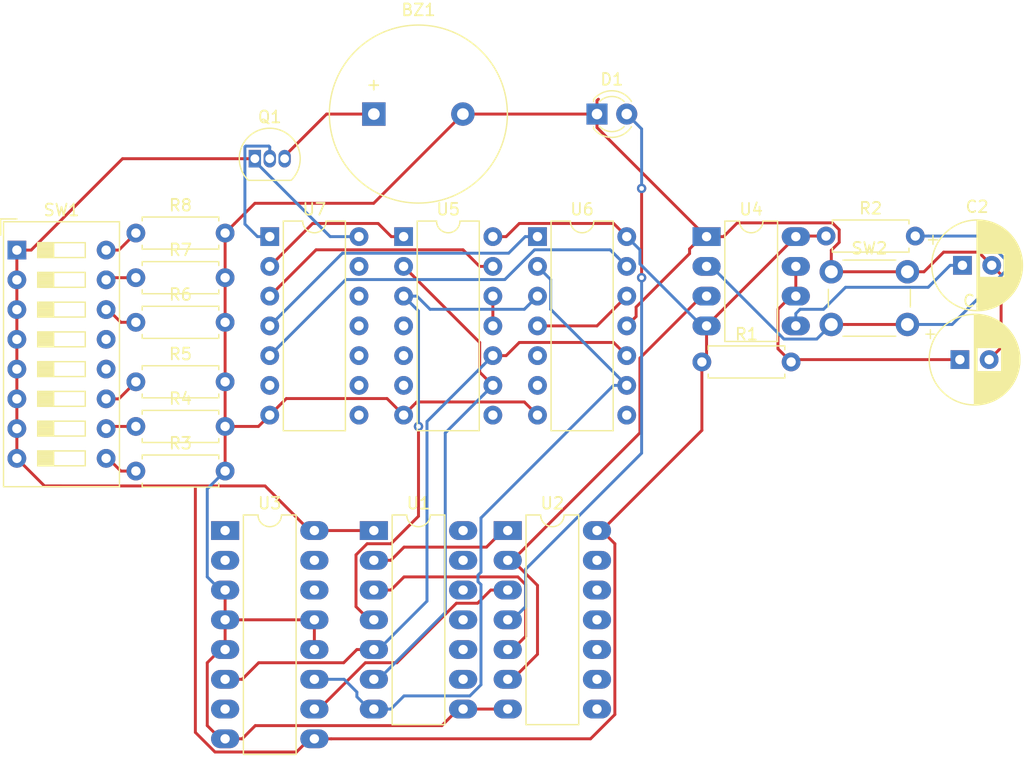
<source format=kicad_pcb>
(kicad_pcb (version 20171130) (host pcbnew "(5.0.1)-3")

  (general
    (thickness 1.6)
    (drawings 0)
    (tracks 274)
    (zones 0)
    (modules 22)
    (nets 37)
  )

  (page A4)
  (layers
    (0 F.Cu signal)
    (31 B.Cu signal)
    (32 B.Adhes user)
    (33 F.Adhes user)
    (34 B.Paste user)
    (35 F.Paste user)
    (36 B.SilkS user)
    (37 F.SilkS user)
    (38 B.Mask user)
    (39 F.Mask user)
    (40 Dwgs.User user)
    (41 Cmts.User user)
    (42 Eco1.User user)
    (43 Eco2.User user)
    (44 Edge.Cuts user)
    (45 Margin user)
    (46 B.CrtYd user)
    (47 F.CrtYd user)
    (48 B.Fab user)
    (49 F.Fab user)
  )

  (setup
    (last_trace_width 0.25)
    (trace_clearance 0.2)
    (zone_clearance 0.508)
    (zone_45_only no)
    (trace_min 0.2)
    (segment_width 0.2)
    (edge_width 0.15)
    (via_size 0.8)
    (via_drill 0.4)
    (via_min_size 0.4)
    (via_min_drill 0.3)
    (uvia_size 0.3)
    (uvia_drill 0.1)
    (uvias_allowed no)
    (uvia_min_size 0.2)
    (uvia_min_drill 0.1)
    (pcb_text_width 0.3)
    (pcb_text_size 1.5 1.5)
    (mod_edge_width 0.15)
    (mod_text_size 1 1)
    (mod_text_width 0.15)
    (pad_size 1.524 1.524)
    (pad_drill 0.762)
    (pad_to_mask_clearance 0.051)
    (solder_mask_min_width 0.25)
    (aux_axis_origin 0 0)
    (visible_elements 7FFFFFFF)
    (pcbplotparams
      (layerselection 0x010fc_ffffffff)
      (usegerberextensions false)
      (usegerberattributes false)
      (usegerberadvancedattributes false)
      (creategerberjobfile false)
      (excludeedgelayer true)
      (linewidth 0.100000)
      (plotframeref false)
      (viasonmask false)
      (mode 1)
      (useauxorigin false)
      (hpglpennumber 1)
      (hpglpenspeed 20)
      (hpglpendiameter 15.000000)
      (psnegative false)
      (psa4output false)
      (plotreference true)
      (plotvalue true)
      (plotinvisibletext false)
      (padsonsilk false)
      (subtractmaskfromsilk false)
      (outputformat 1)
      (mirror false)
      (drillshape 1)
      (scaleselection 1)
      (outputdirectory ""))
  )

  (net 0 "")
  (net 1 /comparator/B0)
  (net 2 GND)
  (net 3 /comparator/B1)
  (net 4 /comparator/B2)
  (net 5 /comparator/A0)
  (net 6 /comparator/A1)
  (net 7 /comparator/A2)
  (net 8 +5V)
  (net 9 "Net-(C1-Pad1)")
  (net 10 "Net-(R2-Pad2)")
  (net 11 /MUX/Mo)
  (net 12 /buzzer/BZ)
  (net 13 "Net-(C2-Pad1)")
  (net 14 /vergelijkknop/K)
  (net 15 /counter/D)
  (net 16 "Net-(U3-Pad2)")
  (net 17 /counter/E)
  (net 18 /MUX/S0)
  (net 19 /MUX/S1)
  (net 20 "Net-(U3-Pad14)")
  (net 21 "Net-(U3-Pad7)")
  (net 22 /clocks/1Hz)
  (net 23 "Net-(U6-Pad13)")
  (net 24 "Net-(U6-Pad1)")
  (net 25 "Net-(U5-Pad13)")
  (net 26 "Net-(U5-Pad1)")
  (net 27 "Net-(U1-Pad6)")
  (net 28 "Net-(U1-Pad4)")
  (net 29 /MUX/M)
  (net 30 /MUX/L)
  (net 31 /MUX/H)
  (net 32 "Net-(U1-Pad2)")
  (net 33 /comparator/EQ)
  (net 34 /succesLED/L)
  (net 35 "Net-(SW1-Pad12)")
  (net 36 "Net-(SW1-Pad13)")

  (net_class Default "This is the default net class."
    (clearance 0.2)
    (trace_width 0.25)
    (via_dia 0.8)
    (via_drill 0.4)
    (uvia_dia 0.3)
    (uvia_drill 0.1)
    (add_net +5V)
    (add_net /MUX/H)
    (add_net /MUX/L)
    (add_net /MUX/M)
    (add_net /MUX/Mo)
    (add_net /MUX/S0)
    (add_net /MUX/S1)
    (add_net /buzzer/BZ)
    (add_net /clocks/1Hz)
    (add_net /comparator/A0)
    (add_net /comparator/A1)
    (add_net /comparator/A2)
    (add_net /comparator/B0)
    (add_net /comparator/B1)
    (add_net /comparator/B2)
    (add_net /comparator/EQ)
    (add_net /counter/D)
    (add_net /counter/E)
    (add_net /succesLED/L)
    (add_net /vergelijkknop/K)
    (add_net GND)
    (add_net "Net-(C1-Pad1)")
    (add_net "Net-(C2-Pad1)")
    (add_net "Net-(R2-Pad2)")
    (add_net "Net-(SW1-Pad12)")
    (add_net "Net-(SW1-Pad13)")
    (add_net "Net-(U1-Pad2)")
    (add_net "Net-(U1-Pad4)")
    (add_net "Net-(U1-Pad6)")
    (add_net "Net-(U3-Pad14)")
    (add_net "Net-(U3-Pad2)")
    (add_net "Net-(U3-Pad7)")
    (add_net "Net-(U5-Pad1)")
    (add_net "Net-(U5-Pad13)")
    (add_net "Net-(U6-Pad1)")
    (add_net "Net-(U6-Pad13)")
  )

  (module Package_DIP:DIP-14_W7.62mm (layer F.Cu) (tedit 5A02E8C5) (tstamp 5BE9384B)
    (at 50.8 33.325001)
    (descr "14-lead though-hole mounted DIP package, row spacing 7.62 mm (300 mils)")
    (tags "THT DIP DIL PDIP 2.54mm 7.62mm 300mil")
    (path /5BDC195E/5BDD3235)
    (fp_text reference U5 (at 3.81 -2.33) (layer F.SilkS)
      (effects (font (size 1 1) (thickness 0.15)))
    )
    (fp_text value 4082 (at 3.81 17.57) (layer F.Fab)
      (effects (font (size 1 1) (thickness 0.15)))
    )
    (fp_text user %R (at 3.81 7.62) (layer F.Fab)
      (effects (font (size 1 1) (thickness 0.15)))
    )
    (fp_line (start 8.7 -1.55) (end -1.1 -1.55) (layer F.CrtYd) (width 0.05))
    (fp_line (start 8.7 16.8) (end 8.7 -1.55) (layer F.CrtYd) (width 0.05))
    (fp_line (start -1.1 16.8) (end 8.7 16.8) (layer F.CrtYd) (width 0.05))
    (fp_line (start -1.1 -1.55) (end -1.1 16.8) (layer F.CrtYd) (width 0.05))
    (fp_line (start 6.46 -1.33) (end 4.81 -1.33) (layer F.SilkS) (width 0.12))
    (fp_line (start 6.46 16.57) (end 6.46 -1.33) (layer F.SilkS) (width 0.12))
    (fp_line (start 1.16 16.57) (end 6.46 16.57) (layer F.SilkS) (width 0.12))
    (fp_line (start 1.16 -1.33) (end 1.16 16.57) (layer F.SilkS) (width 0.12))
    (fp_line (start 2.81 -1.33) (end 1.16 -1.33) (layer F.SilkS) (width 0.12))
    (fp_line (start 0.635 -0.27) (end 1.635 -1.27) (layer F.Fab) (width 0.1))
    (fp_line (start 0.635 16.51) (end 0.635 -0.27) (layer F.Fab) (width 0.1))
    (fp_line (start 6.985 16.51) (end 0.635 16.51) (layer F.Fab) (width 0.1))
    (fp_line (start 6.985 -1.27) (end 6.985 16.51) (layer F.Fab) (width 0.1))
    (fp_line (start 1.635 -1.27) (end 6.985 -1.27) (layer F.Fab) (width 0.1))
    (fp_arc (start 3.81 -1.33) (end 2.81 -1.33) (angle -180) (layer F.SilkS) (width 0.12))
    (pad 14 thru_hole oval (at 7.62 0) (size 1.6 1.6) (drill 0.8) (layers *.Cu *.Mask)
      (net 8 +5V))
    (pad 7 thru_hole oval (at 0 15.24) (size 1.6 1.6) (drill 0.8) (layers *.Cu *.Mask)
      (net 2 GND))
    (pad 13 thru_hole oval (at 7.62 2.54) (size 1.6 1.6) (drill 0.8) (layers *.Cu *.Mask)
      (net 25 "Net-(U5-Pad13)"))
    (pad 6 thru_hole oval (at 0 12.7) (size 1.6 1.6) (drill 0.8) (layers *.Cu *.Mask))
    (pad 12 thru_hole oval (at 7.62 5.08) (size 1.6 1.6) (drill 0.8) (layers *.Cu *.Mask)
      (net 29 /MUX/M))
    (pad 5 thru_hole oval (at 0 10.16) (size 1.6 1.6) (drill 0.8) (layers *.Cu *.Mask))
    (pad 11 thru_hole oval (at 7.62 7.62) (size 1.6 1.6) (drill 0.8) (layers *.Cu *.Mask)
      (net 29 /MUX/M))
    (pad 4 thru_hole oval (at 0 7.62) (size 1.6 1.6) (drill 0.8) (layers *.Cu *.Mask)
      (net 30 /MUX/L))
    (pad 10 thru_hole oval (at 7.62 10.16) (size 1.6 1.6) (drill 0.8) (layers *.Cu *.Mask)
      (net 19 /MUX/S1))
    (pad 3 thru_hole oval (at 0 5.08) (size 1.6 1.6) (drill 0.8) (layers *.Cu *.Mask)
      (net 28 "Net-(U1-Pad4)"))
    (pad 9 thru_hole oval (at 7.62 12.7) (size 1.6 1.6) (drill 0.8) (layers *.Cu *.Mask)
      (net 27 "Net-(U1-Pad6)"))
    (pad 2 thru_hole oval (at 0 2.54) (size 1.6 1.6) (drill 0.8) (layers *.Cu *.Mask)
      (net 27 "Net-(U1-Pad6)"))
    (pad 8 thru_hole oval (at 7.62 15.24) (size 1.6 1.6) (drill 0.8) (layers *.Cu *.Mask))
    (pad 1 thru_hole rect (at 0 0) (size 1.6 1.6) (drill 0.8) (layers *.Cu *.Mask)
      (net 26 "Net-(U5-Pad1)"))
    (model ${KISYS3DMOD}/Package_DIP.3dshapes/DIP-14_W7.62mm.wrl
      (at (xyz 0 0 0))
      (scale (xyz 1 1 1))
      (rotate (xyz 0 0 0))
    )
  )

  (module Package_DIP:DIP-14_W7.62mm (layer F.Cu) (tedit 5A02E8C5) (tstamp 5BE9382A)
    (at 62.23 33.325001)
    (descr "14-lead though-hole mounted DIP package, row spacing 7.62 mm (300 mils)")
    (tags "THT DIP DIL PDIP 2.54mm 7.62mm 300mil")
    (path /5BDC195E/5BDD37E9)
    (fp_text reference U6 (at 3.81 -2.33) (layer F.SilkS)
      (effects (font (size 1 1) (thickness 0.15)))
    )
    (fp_text value 4082 (at 3.81 17.57) (layer F.Fab)
      (effects (font (size 1 1) (thickness 0.15)))
    )
    (fp_arc (start 3.81 -1.33) (end 2.81 -1.33) (angle -180) (layer F.SilkS) (width 0.12))
    (fp_line (start 1.635 -1.27) (end 6.985 -1.27) (layer F.Fab) (width 0.1))
    (fp_line (start 6.985 -1.27) (end 6.985 16.51) (layer F.Fab) (width 0.1))
    (fp_line (start 6.985 16.51) (end 0.635 16.51) (layer F.Fab) (width 0.1))
    (fp_line (start 0.635 16.51) (end 0.635 -0.27) (layer F.Fab) (width 0.1))
    (fp_line (start 0.635 -0.27) (end 1.635 -1.27) (layer F.Fab) (width 0.1))
    (fp_line (start 2.81 -1.33) (end 1.16 -1.33) (layer F.SilkS) (width 0.12))
    (fp_line (start 1.16 -1.33) (end 1.16 16.57) (layer F.SilkS) (width 0.12))
    (fp_line (start 1.16 16.57) (end 6.46 16.57) (layer F.SilkS) (width 0.12))
    (fp_line (start 6.46 16.57) (end 6.46 -1.33) (layer F.SilkS) (width 0.12))
    (fp_line (start 6.46 -1.33) (end 4.81 -1.33) (layer F.SilkS) (width 0.12))
    (fp_line (start -1.1 -1.55) (end -1.1 16.8) (layer F.CrtYd) (width 0.05))
    (fp_line (start -1.1 16.8) (end 8.7 16.8) (layer F.CrtYd) (width 0.05))
    (fp_line (start 8.7 16.8) (end 8.7 -1.55) (layer F.CrtYd) (width 0.05))
    (fp_line (start 8.7 -1.55) (end -1.1 -1.55) (layer F.CrtYd) (width 0.05))
    (fp_text user %R (at 3.81 7.62) (layer F.Fab)
      (effects (font (size 1 1) (thickness 0.15)))
    )
    (pad 1 thru_hole rect (at 0 0) (size 1.6 1.6) (drill 0.8) (layers *.Cu *.Mask)
      (net 24 "Net-(U6-Pad1)"))
    (pad 8 thru_hole oval (at 7.62 15.24) (size 1.6 1.6) (drill 0.8) (layers *.Cu *.Mask))
    (pad 2 thru_hole oval (at 0 2.54) (size 1.6 1.6) (drill 0.8) (layers *.Cu *.Mask)
      (net 18 /MUX/S0))
    (pad 9 thru_hole oval (at 7.62 12.7) (size 1.6 1.6) (drill 0.8) (layers *.Cu *.Mask)
      (net 18 /MUX/S0))
    (pad 3 thru_hole oval (at 0 5.08) (size 1.6 1.6) (drill 0.8) (layers *.Cu *.Mask)
      (net 28 "Net-(U1-Pad4)"))
    (pad 10 thru_hole oval (at 7.62 10.16) (size 1.6 1.6) (drill 0.8) (layers *.Cu *.Mask)
      (net 19 /MUX/S1))
    (pad 4 thru_hole oval (at 0 7.62) (size 1.6 1.6) (drill 0.8) (layers *.Cu *.Mask)
      (net 31 /MUX/H))
    (pad 11 thru_hole oval (at 7.62 7.62) (size 1.6 1.6) (drill 0.8) (layers *.Cu *.Mask)
      (net 2 GND))
    (pad 5 thru_hole oval (at 0 10.16) (size 1.6 1.6) (drill 0.8) (layers *.Cu *.Mask))
    (pad 12 thru_hole oval (at 7.62 5.08) (size 1.6 1.6) (drill 0.8) (layers *.Cu *.Mask)
      (net 31 /MUX/H))
    (pad 6 thru_hole oval (at 0 12.7) (size 1.6 1.6) (drill 0.8) (layers *.Cu *.Mask))
    (pad 13 thru_hole oval (at 7.62 2.54) (size 1.6 1.6) (drill 0.8) (layers *.Cu *.Mask)
      (net 23 "Net-(U6-Pad13)"))
    (pad 7 thru_hole oval (at 0 15.24) (size 1.6 1.6) (drill 0.8) (layers *.Cu *.Mask)
      (net 2 GND))
    (pad 14 thru_hole oval (at 7.62 0) (size 1.6 1.6) (drill 0.8) (layers *.Cu *.Mask)
      (net 8 +5V))
    (model ${KISYS3DMOD}/Package_DIP.3dshapes/DIP-14_W7.62mm.wrl
      (at (xyz 0 0 0))
      (scale (xyz 1 1 1))
      (rotate (xyz 0 0 0))
    )
  )

  (module Package_DIP:DIP-14_W7.62mm (layer F.Cu) (tedit 5A02E8C5) (tstamp 5BE93809)
    (at 39.37 33.325001)
    (descr "14-lead though-hole mounted DIP package, row spacing 7.62 mm (300 mils)")
    (tags "THT DIP DIL PDIP 2.54mm 7.62mm 300mil")
    (path /5BDC195E/5BDCA3BF)
    (fp_text reference U7 (at 3.81 -2.33) (layer F.SilkS)
      (effects (font (size 1 1) (thickness 0.15)))
    )
    (fp_text value 4072 (at 3.81 17.57) (layer F.Fab)
      (effects (font (size 1 1) (thickness 0.15)))
    )
    (fp_text user %R (at 3.81 7.62) (layer F.Fab)
      (effects (font (size 1 1) (thickness 0.15)))
    )
    (fp_line (start 8.7 -1.55) (end -1.1 -1.55) (layer F.CrtYd) (width 0.05))
    (fp_line (start 8.7 16.8) (end 8.7 -1.55) (layer F.CrtYd) (width 0.05))
    (fp_line (start -1.1 16.8) (end 8.7 16.8) (layer F.CrtYd) (width 0.05))
    (fp_line (start -1.1 -1.55) (end -1.1 16.8) (layer F.CrtYd) (width 0.05))
    (fp_line (start 6.46 -1.33) (end 4.81 -1.33) (layer F.SilkS) (width 0.12))
    (fp_line (start 6.46 16.57) (end 6.46 -1.33) (layer F.SilkS) (width 0.12))
    (fp_line (start 1.16 16.57) (end 6.46 16.57) (layer F.SilkS) (width 0.12))
    (fp_line (start 1.16 -1.33) (end 1.16 16.57) (layer F.SilkS) (width 0.12))
    (fp_line (start 2.81 -1.33) (end 1.16 -1.33) (layer F.SilkS) (width 0.12))
    (fp_line (start 0.635 -0.27) (end 1.635 -1.27) (layer F.Fab) (width 0.1))
    (fp_line (start 0.635 16.51) (end 0.635 -0.27) (layer F.Fab) (width 0.1))
    (fp_line (start 6.985 16.51) (end 0.635 16.51) (layer F.Fab) (width 0.1))
    (fp_line (start 6.985 -1.27) (end 6.985 16.51) (layer F.Fab) (width 0.1))
    (fp_line (start 1.635 -1.27) (end 6.985 -1.27) (layer F.Fab) (width 0.1))
    (fp_arc (start 3.81 -1.33) (end 2.81 -1.33) (angle -180) (layer F.SilkS) (width 0.12))
    (pad 14 thru_hole oval (at 7.62 0) (size 1.6 1.6) (drill 0.8) (layers *.Cu *.Mask)
      (net 8 +5V))
    (pad 7 thru_hole oval (at 0 15.24) (size 1.6 1.6) (drill 0.8) (layers *.Cu *.Mask)
      (net 2 GND))
    (pad 13 thru_hole oval (at 7.62 2.54) (size 1.6 1.6) (drill 0.8) (layers *.Cu *.Mask))
    (pad 6 thru_hole oval (at 0 12.7) (size 1.6 1.6) (drill 0.8) (layers *.Cu *.Mask))
    (pad 12 thru_hole oval (at 7.62 5.08) (size 1.6 1.6) (drill 0.8) (layers *.Cu *.Mask))
    (pad 5 thru_hole oval (at 0 10.16) (size 1.6 1.6) (drill 0.8) (layers *.Cu *.Mask)
      (net 23 "Net-(U6-Pad13)"))
    (pad 11 thru_hole oval (at 7.62 7.62) (size 1.6 1.6) (drill 0.8) (layers *.Cu *.Mask))
    (pad 4 thru_hole oval (at 0 7.62) (size 1.6 1.6) (drill 0.8) (layers *.Cu *.Mask)
      (net 24 "Net-(U6-Pad1)"))
    (pad 10 thru_hole oval (at 7.62 10.16) (size 1.6 1.6) (drill 0.8) (layers *.Cu *.Mask))
    (pad 3 thru_hole oval (at 0 5.08) (size 1.6 1.6) (drill 0.8) (layers *.Cu *.Mask)
      (net 25 "Net-(U5-Pad13)"))
    (pad 9 thru_hole oval (at 7.62 12.7) (size 1.6 1.6) (drill 0.8) (layers *.Cu *.Mask))
    (pad 2 thru_hole oval (at 0 2.54) (size 1.6 1.6) (drill 0.8) (layers *.Cu *.Mask)
      (net 26 "Net-(U5-Pad1)"))
    (pad 8 thru_hole oval (at 7.62 15.24) (size 1.6 1.6) (drill 0.8) (layers *.Cu *.Mask))
    (pad 1 thru_hole rect (at 0 0) (size 1.6 1.6) (drill 0.8) (layers *.Cu *.Mask)
      (net 11 /MUX/Mo))
    (model ${KISYS3DMOD}/Package_DIP.3dshapes/DIP-14_W7.62mm.wrl
      (at (xyz 0 0 0))
      (scale (xyz 1 1 1))
      (rotate (xyz 0 0 0))
    )
  )

  (module Button_Switch_THT:SW_DIP_SPSTx08_Slide_9.78x22.5mm_W7.62mm_P2.54mm (layer F.Cu) (tedit 5A4E1405) (tstamp 5BDC5DC3)
    (at 17.78 34.475001)
    (descr "8x-dip-switch SPST , Slide, row spacing 7.62 mm (300 mils), body size 9.78x22.5mm (see e.g. https://www.ctscorp.com/wp-content/uploads/206-208.pdf)")
    (tags "DIP Switch SPST Slide 7.62mm 300mil")
    (path /5BDB50FF/5BDB548B)
    (fp_text reference SW1 (at 3.81 -3.42) (layer F.SilkS)
      (effects (font (size 1 1) (thickness 0.15)))
    )
    (fp_text value SW_DIP_x08 (at 3.81 21.2) (layer F.Fab)
      (effects (font (size 1 1) (thickness 0.15)))
    )
    (fp_text user on (at 5.365 -1.4975) (layer F.Fab)
      (effects (font (size 0.8 0.8) (thickness 0.12)))
    )
    (fp_text user %R (at 7.27 8.89 90) (layer F.Fab)
      (effects (font (size 0.8 0.8) (thickness 0.12)))
    )
    (fp_line (start 8.95 -2.7) (end -1.35 -2.7) (layer F.CrtYd) (width 0.05))
    (fp_line (start 8.95 20.5) (end 8.95 -2.7) (layer F.CrtYd) (width 0.05))
    (fp_line (start -1.35 20.5) (end 8.95 20.5) (layer F.CrtYd) (width 0.05))
    (fp_line (start -1.35 -2.7) (end -1.35 20.5) (layer F.CrtYd) (width 0.05))
    (fp_line (start 3.133333 17.145) (end 3.133333 18.415) (layer F.SilkS) (width 0.12))
    (fp_line (start 1.78 18.345) (end 3.133333 18.345) (layer F.SilkS) (width 0.12))
    (fp_line (start 1.78 18.225) (end 3.133333 18.225) (layer F.SilkS) (width 0.12))
    (fp_line (start 1.78 18.105) (end 3.133333 18.105) (layer F.SilkS) (width 0.12))
    (fp_line (start 1.78 17.985) (end 3.133333 17.985) (layer F.SilkS) (width 0.12))
    (fp_line (start 1.78 17.865) (end 3.133333 17.865) (layer F.SilkS) (width 0.12))
    (fp_line (start 1.78 17.745) (end 3.133333 17.745) (layer F.SilkS) (width 0.12))
    (fp_line (start 1.78 17.625) (end 3.133333 17.625) (layer F.SilkS) (width 0.12))
    (fp_line (start 1.78 17.505) (end 3.133333 17.505) (layer F.SilkS) (width 0.12))
    (fp_line (start 1.78 17.385) (end 3.133333 17.385) (layer F.SilkS) (width 0.12))
    (fp_line (start 1.78 17.265) (end 3.133333 17.265) (layer F.SilkS) (width 0.12))
    (fp_line (start 5.84 17.145) (end 1.78 17.145) (layer F.SilkS) (width 0.12))
    (fp_line (start 5.84 18.415) (end 5.84 17.145) (layer F.SilkS) (width 0.12))
    (fp_line (start 1.78 18.415) (end 5.84 18.415) (layer F.SilkS) (width 0.12))
    (fp_line (start 1.78 17.145) (end 1.78 18.415) (layer F.SilkS) (width 0.12))
    (fp_line (start 3.133333 14.605) (end 3.133333 15.875) (layer F.SilkS) (width 0.12))
    (fp_line (start 1.78 15.805) (end 3.133333 15.805) (layer F.SilkS) (width 0.12))
    (fp_line (start 1.78 15.685) (end 3.133333 15.685) (layer F.SilkS) (width 0.12))
    (fp_line (start 1.78 15.565) (end 3.133333 15.565) (layer F.SilkS) (width 0.12))
    (fp_line (start 1.78 15.445) (end 3.133333 15.445) (layer F.SilkS) (width 0.12))
    (fp_line (start 1.78 15.325) (end 3.133333 15.325) (layer F.SilkS) (width 0.12))
    (fp_line (start 1.78 15.205) (end 3.133333 15.205) (layer F.SilkS) (width 0.12))
    (fp_line (start 1.78 15.085) (end 3.133333 15.085) (layer F.SilkS) (width 0.12))
    (fp_line (start 1.78 14.965) (end 3.133333 14.965) (layer F.SilkS) (width 0.12))
    (fp_line (start 1.78 14.845) (end 3.133333 14.845) (layer F.SilkS) (width 0.12))
    (fp_line (start 1.78 14.725) (end 3.133333 14.725) (layer F.SilkS) (width 0.12))
    (fp_line (start 5.84 14.605) (end 1.78 14.605) (layer F.SilkS) (width 0.12))
    (fp_line (start 5.84 15.875) (end 5.84 14.605) (layer F.SilkS) (width 0.12))
    (fp_line (start 1.78 15.875) (end 5.84 15.875) (layer F.SilkS) (width 0.12))
    (fp_line (start 1.78 14.605) (end 1.78 15.875) (layer F.SilkS) (width 0.12))
    (fp_line (start 3.133333 12.065) (end 3.133333 13.335) (layer F.SilkS) (width 0.12))
    (fp_line (start 1.78 13.265) (end 3.133333 13.265) (layer F.SilkS) (width 0.12))
    (fp_line (start 1.78 13.145) (end 3.133333 13.145) (layer F.SilkS) (width 0.12))
    (fp_line (start 1.78 13.025) (end 3.133333 13.025) (layer F.SilkS) (width 0.12))
    (fp_line (start 1.78 12.905) (end 3.133333 12.905) (layer F.SilkS) (width 0.12))
    (fp_line (start 1.78 12.785) (end 3.133333 12.785) (layer F.SilkS) (width 0.12))
    (fp_line (start 1.78 12.665) (end 3.133333 12.665) (layer F.SilkS) (width 0.12))
    (fp_line (start 1.78 12.545) (end 3.133333 12.545) (layer F.SilkS) (width 0.12))
    (fp_line (start 1.78 12.425) (end 3.133333 12.425) (layer F.SilkS) (width 0.12))
    (fp_line (start 1.78 12.305) (end 3.133333 12.305) (layer F.SilkS) (width 0.12))
    (fp_line (start 1.78 12.185) (end 3.133333 12.185) (layer F.SilkS) (width 0.12))
    (fp_line (start 5.84 12.065) (end 1.78 12.065) (layer F.SilkS) (width 0.12))
    (fp_line (start 5.84 13.335) (end 5.84 12.065) (layer F.SilkS) (width 0.12))
    (fp_line (start 1.78 13.335) (end 5.84 13.335) (layer F.SilkS) (width 0.12))
    (fp_line (start 1.78 12.065) (end 1.78 13.335) (layer F.SilkS) (width 0.12))
    (fp_line (start 3.133333 9.525) (end 3.133333 10.795) (layer F.SilkS) (width 0.12))
    (fp_line (start 1.78 10.725) (end 3.133333 10.725) (layer F.SilkS) (width 0.12))
    (fp_line (start 1.78 10.605) (end 3.133333 10.605) (layer F.SilkS) (width 0.12))
    (fp_line (start 1.78 10.485) (end 3.133333 10.485) (layer F.SilkS) (width 0.12))
    (fp_line (start 1.78 10.365) (end 3.133333 10.365) (layer F.SilkS) (width 0.12))
    (fp_line (start 1.78 10.245) (end 3.133333 10.245) (layer F.SilkS) (width 0.12))
    (fp_line (start 1.78 10.125) (end 3.133333 10.125) (layer F.SilkS) (width 0.12))
    (fp_line (start 1.78 10.005) (end 3.133333 10.005) (layer F.SilkS) (width 0.12))
    (fp_line (start 1.78 9.885) (end 3.133333 9.885) (layer F.SilkS) (width 0.12))
    (fp_line (start 1.78 9.765) (end 3.133333 9.765) (layer F.SilkS) (width 0.12))
    (fp_line (start 1.78 9.645) (end 3.133333 9.645) (layer F.SilkS) (width 0.12))
    (fp_line (start 5.84 9.525) (end 1.78 9.525) (layer F.SilkS) (width 0.12))
    (fp_line (start 5.84 10.795) (end 5.84 9.525) (layer F.SilkS) (width 0.12))
    (fp_line (start 1.78 10.795) (end 5.84 10.795) (layer F.SilkS) (width 0.12))
    (fp_line (start 1.78 9.525) (end 1.78 10.795) (layer F.SilkS) (width 0.12))
    (fp_line (start 3.133333 6.985) (end 3.133333 8.255) (layer F.SilkS) (width 0.12))
    (fp_line (start 1.78 8.185) (end 3.133333 8.185) (layer F.SilkS) (width 0.12))
    (fp_line (start 1.78 8.065) (end 3.133333 8.065) (layer F.SilkS) (width 0.12))
    (fp_line (start 1.78 7.945) (end 3.133333 7.945) (layer F.SilkS) (width 0.12))
    (fp_line (start 1.78 7.825) (end 3.133333 7.825) (layer F.SilkS) (width 0.12))
    (fp_line (start 1.78 7.705) (end 3.133333 7.705) (layer F.SilkS) (width 0.12))
    (fp_line (start 1.78 7.585) (end 3.133333 7.585) (layer F.SilkS) (width 0.12))
    (fp_line (start 1.78 7.465) (end 3.133333 7.465) (layer F.SilkS) (width 0.12))
    (fp_line (start 1.78 7.345) (end 3.133333 7.345) (layer F.SilkS) (width 0.12))
    (fp_line (start 1.78 7.225) (end 3.133333 7.225) (layer F.SilkS) (width 0.12))
    (fp_line (start 1.78 7.105) (end 3.133333 7.105) (layer F.SilkS) (width 0.12))
    (fp_line (start 5.84 6.985) (end 1.78 6.985) (layer F.SilkS) (width 0.12))
    (fp_line (start 5.84 8.255) (end 5.84 6.985) (layer F.SilkS) (width 0.12))
    (fp_line (start 1.78 8.255) (end 5.84 8.255) (layer F.SilkS) (width 0.12))
    (fp_line (start 1.78 6.985) (end 1.78 8.255) (layer F.SilkS) (width 0.12))
    (fp_line (start 3.133333 4.445) (end 3.133333 5.715) (layer F.SilkS) (width 0.12))
    (fp_line (start 1.78 5.645) (end 3.133333 5.645) (layer F.SilkS) (width 0.12))
    (fp_line (start 1.78 5.525) (end 3.133333 5.525) (layer F.SilkS) (width 0.12))
    (fp_line (start 1.78 5.405) (end 3.133333 5.405) (layer F.SilkS) (width 0.12))
    (fp_line (start 1.78 5.285) (end 3.133333 5.285) (layer F.SilkS) (width 0.12))
    (fp_line (start 1.78 5.165) (end 3.133333 5.165) (layer F.SilkS) (width 0.12))
    (fp_line (start 1.78 5.045) (end 3.133333 5.045) (layer F.SilkS) (width 0.12))
    (fp_line (start 1.78 4.925) (end 3.133333 4.925) (layer F.SilkS) (width 0.12))
    (fp_line (start 1.78 4.805) (end 3.133333 4.805) (layer F.SilkS) (width 0.12))
    (fp_line (start 1.78 4.685) (end 3.133333 4.685) (layer F.SilkS) (width 0.12))
    (fp_line (start 1.78 4.565) (end 3.133333 4.565) (layer F.SilkS) (width 0.12))
    (fp_line (start 5.84 4.445) (end 1.78 4.445) (layer F.SilkS) (width 0.12))
    (fp_line (start 5.84 5.715) (end 5.84 4.445) (layer F.SilkS) (width 0.12))
    (fp_line (start 1.78 5.715) (end 5.84 5.715) (layer F.SilkS) (width 0.12))
    (fp_line (start 1.78 4.445) (end 1.78 5.715) (layer F.SilkS) (width 0.12))
    (fp_line (start 3.133333 1.905) (end 3.133333 3.175) (layer F.SilkS) (width 0.12))
    (fp_line (start 1.78 3.105) (end 3.133333 3.105) (layer F.SilkS) (width 0.12))
    (fp_line (start 1.78 2.985) (end 3.133333 2.985) (layer F.SilkS) (width 0.12))
    (fp_line (start 1.78 2.865) (end 3.133333 2.865) (layer F.SilkS) (width 0.12))
    (fp_line (start 1.78 2.745) (end 3.133333 2.745) (layer F.SilkS) (width 0.12))
    (fp_line (start 1.78 2.625) (end 3.133333 2.625) (layer F.SilkS) (width 0.12))
    (fp_line (start 1.78 2.505) (end 3.133333 2.505) (layer F.SilkS) (width 0.12))
    (fp_line (start 1.78 2.385) (end 3.133333 2.385) (layer F.SilkS) (width 0.12))
    (fp_line (start 1.78 2.265) (end 3.133333 2.265) (layer F.SilkS) (width 0.12))
    (fp_line (start 1.78 2.145) (end 3.133333 2.145) (layer F.SilkS) (width 0.12))
    (fp_line (start 1.78 2.025) (end 3.133333 2.025) (layer F.SilkS) (width 0.12))
    (fp_line (start 5.84 1.905) (end 1.78 1.905) (layer F.SilkS) (width 0.12))
    (fp_line (start 5.84 3.175) (end 5.84 1.905) (layer F.SilkS) (width 0.12))
    (fp_line (start 1.78 3.175) (end 5.84 3.175) (layer F.SilkS) (width 0.12))
    (fp_line (start 1.78 1.905) (end 1.78 3.175) (layer F.SilkS) (width 0.12))
    (fp_line (start 3.133333 -0.635) (end 3.133333 0.635) (layer F.SilkS) (width 0.12))
    (fp_line (start 1.78 0.565) (end 3.133333 0.565) (layer F.SilkS) (width 0.12))
    (fp_line (start 1.78 0.445) (end 3.133333 0.445) (layer F.SilkS) (width 0.12))
    (fp_line (start 1.78 0.325) (end 3.133333 0.325) (layer F.SilkS) (width 0.12))
    (fp_line (start 1.78 0.205) (end 3.133333 0.205) (layer F.SilkS) (width 0.12))
    (fp_line (start 1.78 0.085) (end 3.133333 0.085) (layer F.SilkS) (width 0.12))
    (fp_line (start 1.78 -0.035) (end 3.133333 -0.035) (layer F.SilkS) (width 0.12))
    (fp_line (start 1.78 -0.155) (end 3.133333 -0.155) (layer F.SilkS) (width 0.12))
    (fp_line (start 1.78 -0.275) (end 3.133333 -0.275) (layer F.SilkS) (width 0.12))
    (fp_line (start 1.78 -0.395) (end 3.133333 -0.395) (layer F.SilkS) (width 0.12))
    (fp_line (start 1.78 -0.515) (end 3.133333 -0.515) (layer F.SilkS) (width 0.12))
    (fp_line (start 5.84 -0.635) (end 1.78 -0.635) (layer F.SilkS) (width 0.12))
    (fp_line (start 5.84 0.635) (end 5.84 -0.635) (layer F.SilkS) (width 0.12))
    (fp_line (start 1.78 0.635) (end 5.84 0.635) (layer F.SilkS) (width 0.12))
    (fp_line (start 1.78 -0.635) (end 1.78 0.635) (layer F.SilkS) (width 0.12))
    (fp_line (start -1.38 -2.66) (end -1.38 -1.277) (layer F.SilkS) (width 0.12))
    (fp_line (start -1.38 -2.66) (end 0.004 -2.66) (layer F.SilkS) (width 0.12))
    (fp_line (start 8.76 -2.42) (end 8.76 20.201) (layer F.SilkS) (width 0.12))
    (fp_line (start -1.14 -2.42) (end -1.14 20.201) (layer F.SilkS) (width 0.12))
    (fp_line (start -1.14 20.201) (end 8.76 20.201) (layer F.SilkS) (width 0.12))
    (fp_line (start -1.14 -2.42) (end 8.76 -2.42) (layer F.SilkS) (width 0.12))
    (fp_line (start 3.133333 17.145) (end 3.133333 18.415) (layer F.Fab) (width 0.1))
    (fp_line (start 1.78 18.345) (end 3.133333 18.345) (layer F.Fab) (width 0.1))
    (fp_line (start 1.78 18.245) (end 3.133333 18.245) (layer F.Fab) (width 0.1))
    (fp_line (start 1.78 18.145) (end 3.133333 18.145) (layer F.Fab) (width 0.1))
    (fp_line (start 1.78 18.045) (end 3.133333 18.045) (layer F.Fab) (width 0.1))
    (fp_line (start 1.78 17.945) (end 3.133333 17.945) (layer F.Fab) (width 0.1))
    (fp_line (start 1.78 17.845) (end 3.133333 17.845) (layer F.Fab) (width 0.1))
    (fp_line (start 1.78 17.745) (end 3.133333 17.745) (layer F.Fab) (width 0.1))
    (fp_line (start 1.78 17.645) (end 3.133333 17.645) (layer F.Fab) (width 0.1))
    (fp_line (start 1.78 17.545) (end 3.133333 17.545) (layer F.Fab) (width 0.1))
    (fp_line (start 1.78 17.445) (end 3.133333 17.445) (layer F.Fab) (width 0.1))
    (fp_line (start 1.78 17.345) (end 3.133333 17.345) (layer F.Fab) (width 0.1))
    (fp_line (start 1.78 17.245) (end 3.133333 17.245) (layer F.Fab) (width 0.1))
    (fp_line (start 5.84 17.145) (end 1.78 17.145) (layer F.Fab) (width 0.1))
    (fp_line (start 5.84 18.415) (end 5.84 17.145) (layer F.Fab) (width 0.1))
    (fp_line (start 1.78 18.415) (end 5.84 18.415) (layer F.Fab) (width 0.1))
    (fp_line (start 1.78 17.145) (end 1.78 18.415) (layer F.Fab) (width 0.1))
    (fp_line (start 3.133333 14.605) (end 3.133333 15.875) (layer F.Fab) (width 0.1))
    (fp_line (start 1.78 15.805) (end 3.133333 15.805) (layer F.Fab) (width 0.1))
    (fp_line (start 1.78 15.705) (end 3.133333 15.705) (layer F.Fab) (width 0.1))
    (fp_line (start 1.78 15.605) (end 3.133333 15.605) (layer F.Fab) (width 0.1))
    (fp_line (start 1.78 15.505) (end 3.133333 15.505) (layer F.Fab) (width 0.1))
    (fp_line (start 1.78 15.405) (end 3.133333 15.405) (layer F.Fab) (width 0.1))
    (fp_line (start 1.78 15.305) (end 3.133333 15.305) (layer F.Fab) (width 0.1))
    (fp_line (start 1.78 15.205) (end 3.133333 15.205) (layer F.Fab) (width 0.1))
    (fp_line (start 1.78 15.105) (end 3.133333 15.105) (layer F.Fab) (width 0.1))
    (fp_line (start 1.78 15.005) (end 3.133333 15.005) (layer F.Fab) (width 0.1))
    (fp_line (start 1.78 14.905) (end 3.133333 14.905) (layer F.Fab) (width 0.1))
    (fp_line (start 1.78 14.805) (end 3.133333 14.805) (layer F.Fab) (width 0.1))
    (fp_line (start 1.78 14.705) (end 3.133333 14.705) (layer F.Fab) (width 0.1))
    (fp_line (start 5.84 14.605) (end 1.78 14.605) (layer F.Fab) (width 0.1))
    (fp_line (start 5.84 15.875) (end 5.84 14.605) (layer F.Fab) (width 0.1))
    (fp_line (start 1.78 15.875) (end 5.84 15.875) (layer F.Fab) (width 0.1))
    (fp_line (start 1.78 14.605) (end 1.78 15.875) (layer F.Fab) (width 0.1))
    (fp_line (start 3.133333 12.065) (end 3.133333 13.335) (layer F.Fab) (width 0.1))
    (fp_line (start 1.78 13.265) (end 3.133333 13.265) (layer F.Fab) (width 0.1))
    (fp_line (start 1.78 13.165) (end 3.133333 13.165) (layer F.Fab) (width 0.1))
    (fp_line (start 1.78 13.065) (end 3.133333 13.065) (layer F.Fab) (width 0.1))
    (fp_line (start 1.78 12.965) (end 3.133333 12.965) (layer F.Fab) (width 0.1))
    (fp_line (start 1.78 12.865) (end 3.133333 12.865) (layer F.Fab) (width 0.1))
    (fp_line (start 1.78 12.765) (end 3.133333 12.765) (layer F.Fab) (width 0.1))
    (fp_line (start 1.78 12.665) (end 3.133333 12.665) (layer F.Fab) (width 0.1))
    (fp_line (start 1.78 12.565) (end 3.133333 12.565) (layer F.Fab) (width 0.1))
    (fp_line (start 1.78 12.465) (end 3.133333 12.465) (layer F.Fab) (width 0.1))
    (fp_line (start 1.78 12.365) (end 3.133333 12.365) (layer F.Fab) (width 0.1))
    (fp_line (start 1.78 12.265) (end 3.133333 12.265) (layer F.Fab) (width 0.1))
    (fp_line (start 1.78 12.165) (end 3.133333 12.165) (layer F.Fab) (width 0.1))
    (fp_line (start 5.84 12.065) (end 1.78 12.065) (layer F.Fab) (width 0.1))
    (fp_line (start 5.84 13.335) (end 5.84 12.065) (layer F.Fab) (width 0.1))
    (fp_line (start 1.78 13.335) (end 5.84 13.335) (layer F.Fab) (width 0.1))
    (fp_line (start 1.78 12.065) (end 1.78 13.335) (layer F.Fab) (width 0.1))
    (fp_line (start 3.133333 9.525) (end 3.133333 10.795) (layer F.Fab) (width 0.1))
    (fp_line (start 1.78 10.725) (end 3.133333 10.725) (layer F.Fab) (width 0.1))
    (fp_line (start 1.78 10.625) (end 3.133333 10.625) (layer F.Fab) (width 0.1))
    (fp_line (start 1.78 10.525) (end 3.133333 10.525) (layer F.Fab) (width 0.1))
    (fp_line (start 1.78 10.425) (end 3.133333 10.425) (layer F.Fab) (width 0.1))
    (fp_line (start 1.78 10.325) (end 3.133333 10.325) (layer F.Fab) (width 0.1))
    (fp_line (start 1.78 10.225) (end 3.133333 10.225) (layer F.Fab) (width 0.1))
    (fp_line (start 1.78 10.125) (end 3.133333 10.125) (layer F.Fab) (width 0.1))
    (fp_line (start 1.78 10.025) (end 3.133333 10.025) (layer F.Fab) (width 0.1))
    (fp_line (start 1.78 9.925) (end 3.133333 9.925) (layer F.Fab) (width 0.1))
    (fp_line (start 1.78 9.825) (end 3.133333 9.825) (layer F.Fab) (width 0.1))
    (fp_line (start 1.78 9.725) (end 3.133333 9.725) (layer F.Fab) (width 0.1))
    (fp_line (start 1.78 9.625) (end 3.133333 9.625) (layer F.Fab) (width 0.1))
    (fp_line (start 5.84 9.525) (end 1.78 9.525) (layer F.Fab) (width 0.1))
    (fp_line (start 5.84 10.795) (end 5.84 9.525) (layer F.Fab) (width 0.1))
    (fp_line (start 1.78 10.795) (end 5.84 10.795) (layer F.Fab) (width 0.1))
    (fp_line (start 1.78 9.525) (end 1.78 10.795) (layer F.Fab) (width 0.1))
    (fp_line (start 3.133333 6.985) (end 3.133333 8.255) (layer F.Fab) (width 0.1))
    (fp_line (start 1.78 8.185) (end 3.133333 8.185) (layer F.Fab) (width 0.1))
    (fp_line (start 1.78 8.085) (end 3.133333 8.085) (layer F.Fab) (width 0.1))
    (fp_line (start 1.78 7.985) (end 3.133333 7.985) (layer F.Fab) (width 0.1))
    (fp_line (start 1.78 7.885) (end 3.133333 7.885) (layer F.Fab) (width 0.1))
    (fp_line (start 1.78 7.785) (end 3.133333 7.785) (layer F.Fab) (width 0.1))
    (fp_line (start 1.78 7.685) (end 3.133333 7.685) (layer F.Fab) (width 0.1))
    (fp_line (start 1.78 7.585) (end 3.133333 7.585) (layer F.Fab) (width 0.1))
    (fp_line (start 1.78 7.485) (end 3.133333 7.485) (layer F.Fab) (width 0.1))
    (fp_line (start 1.78 7.385) (end 3.133333 7.385) (layer F.Fab) (width 0.1))
    (fp_line (start 1.78 7.285) (end 3.133333 7.285) (layer F.Fab) (width 0.1))
    (fp_line (start 1.78 7.185) (end 3.133333 7.185) (layer F.Fab) (width 0.1))
    (fp_line (start 1.78 7.085) (end 3.133333 7.085) (layer F.Fab) (width 0.1))
    (fp_line (start 5.84 6.985) (end 1.78 6.985) (layer F.Fab) (width 0.1))
    (fp_line (start 5.84 8.255) (end 5.84 6.985) (layer F.Fab) (width 0.1))
    (fp_line (start 1.78 8.255) (end 5.84 8.255) (layer F.Fab) (width 0.1))
    (fp_line (start 1.78 6.985) (end 1.78 8.255) (layer F.Fab) (width 0.1))
    (fp_line (start 3.133333 4.445) (end 3.133333 5.715) (layer F.Fab) (width 0.1))
    (fp_line (start 1.78 5.645) (end 3.133333 5.645) (layer F.Fab) (width 0.1))
    (fp_line (start 1.78 5.545) (end 3.133333 5.545) (layer F.Fab) (width 0.1))
    (fp_line (start 1.78 5.445) (end 3.133333 5.445) (layer F.Fab) (width 0.1))
    (fp_line (start 1.78 5.345) (end 3.133333 5.345) (layer F.Fab) (width 0.1))
    (fp_line (start 1.78 5.245) (end 3.133333 5.245) (layer F.Fab) (width 0.1))
    (fp_line (start 1.78 5.145) (end 3.133333 5.145) (layer F.Fab) (width 0.1))
    (fp_line (start 1.78 5.045) (end 3.133333 5.045) (layer F.Fab) (width 0.1))
    (fp_line (start 1.78 4.945) (end 3.133333 4.945) (layer F.Fab) (width 0.1))
    (fp_line (start 1.78 4.845) (end 3.133333 4.845) (layer F.Fab) (width 0.1))
    (fp_line (start 1.78 4.745) (end 3.133333 4.745) (layer F.Fab) (width 0.1))
    (fp_line (start 1.78 4.645) (end 3.133333 4.645) (layer F.Fab) (width 0.1))
    (fp_line (start 1.78 4.545) (end 3.133333 4.545) (layer F.Fab) (width 0.1))
    (fp_line (start 5.84 4.445) (end 1.78 4.445) (layer F.Fab) (width 0.1))
    (fp_line (start 5.84 5.715) (end 5.84 4.445) (layer F.Fab) (width 0.1))
    (fp_line (start 1.78 5.715) (end 5.84 5.715) (layer F.Fab) (width 0.1))
    (fp_line (start 1.78 4.445) (end 1.78 5.715) (layer F.Fab) (width 0.1))
    (fp_line (start 3.133333 1.905) (end 3.133333 3.175) (layer F.Fab) (width 0.1))
    (fp_line (start 1.78 3.105) (end 3.133333 3.105) (layer F.Fab) (width 0.1))
    (fp_line (start 1.78 3.005) (end 3.133333 3.005) (layer F.Fab) (width 0.1))
    (fp_line (start 1.78 2.905) (end 3.133333 2.905) (layer F.Fab) (width 0.1))
    (fp_line (start 1.78 2.805) (end 3.133333 2.805) (layer F.Fab) (width 0.1))
    (fp_line (start 1.78 2.705) (end 3.133333 2.705) (layer F.Fab) (width 0.1))
    (fp_line (start 1.78 2.605) (end 3.133333 2.605) (layer F.Fab) (width 0.1))
    (fp_line (start 1.78 2.505) (end 3.133333 2.505) (layer F.Fab) (width 0.1))
    (fp_line (start 1.78 2.405) (end 3.133333 2.405) (layer F.Fab) (width 0.1))
    (fp_line (start 1.78 2.305) (end 3.133333 2.305) (layer F.Fab) (width 0.1))
    (fp_line (start 1.78 2.205) (end 3.133333 2.205) (layer F.Fab) (width 0.1))
    (fp_line (start 1.78 2.105) (end 3.133333 2.105) (layer F.Fab) (width 0.1))
    (fp_line (start 1.78 2.005) (end 3.133333 2.005) (layer F.Fab) (width 0.1))
    (fp_line (start 5.84 1.905) (end 1.78 1.905) (layer F.Fab) (width 0.1))
    (fp_line (start 5.84 3.175) (end 5.84 1.905) (layer F.Fab) (width 0.1))
    (fp_line (start 1.78 3.175) (end 5.84 3.175) (layer F.Fab) (width 0.1))
    (fp_line (start 1.78 1.905) (end 1.78 3.175) (layer F.Fab) (width 0.1))
    (fp_line (start 3.133333 -0.635) (end 3.133333 0.635) (layer F.Fab) (width 0.1))
    (fp_line (start 1.78 0.565) (end 3.133333 0.565) (layer F.Fab) (width 0.1))
    (fp_line (start 1.78 0.465) (end 3.133333 0.465) (layer F.Fab) (width 0.1))
    (fp_line (start 1.78 0.365) (end 3.133333 0.365) (layer F.Fab) (width 0.1))
    (fp_line (start 1.78 0.265) (end 3.133333 0.265) (layer F.Fab) (width 0.1))
    (fp_line (start 1.78 0.165) (end 3.133333 0.165) (layer F.Fab) (width 0.1))
    (fp_line (start 1.78 0.065) (end 3.133333 0.065) (layer F.Fab) (width 0.1))
    (fp_line (start 1.78 -0.035) (end 3.133333 -0.035) (layer F.Fab) (width 0.1))
    (fp_line (start 1.78 -0.135) (end 3.133333 -0.135) (layer F.Fab) (width 0.1))
    (fp_line (start 1.78 -0.235) (end 3.133333 -0.235) (layer F.Fab) (width 0.1))
    (fp_line (start 1.78 -0.335) (end 3.133333 -0.335) (layer F.Fab) (width 0.1))
    (fp_line (start 1.78 -0.435) (end 3.133333 -0.435) (layer F.Fab) (width 0.1))
    (fp_line (start 1.78 -0.535) (end 3.133333 -0.535) (layer F.Fab) (width 0.1))
    (fp_line (start 5.84 -0.635) (end 1.78 -0.635) (layer F.Fab) (width 0.1))
    (fp_line (start 5.84 0.635) (end 5.84 -0.635) (layer F.Fab) (width 0.1))
    (fp_line (start 1.78 0.635) (end 5.84 0.635) (layer F.Fab) (width 0.1))
    (fp_line (start 1.78 -0.635) (end 1.78 0.635) (layer F.Fab) (width 0.1))
    (fp_line (start -1.08 -1.36) (end -0.08 -2.36) (layer F.Fab) (width 0.1))
    (fp_line (start -1.08 20.14) (end -1.08 -1.36) (layer F.Fab) (width 0.1))
    (fp_line (start 8.7 20.14) (end -1.08 20.14) (layer F.Fab) (width 0.1))
    (fp_line (start 8.7 -2.36) (end 8.7 20.14) (layer F.Fab) (width 0.1))
    (fp_line (start -0.08 -2.36) (end 8.7 -2.36) (layer F.Fab) (width 0.1))
    (pad 16 thru_hole oval (at 7.62 0) (size 1.6 1.6) (drill 0.8) (layers *.Cu *.Mask)
      (net 7 /comparator/A2))
    (pad 8 thru_hole oval (at 0 17.78) (size 1.6 1.6) (drill 0.8) (layers *.Cu *.Mask)
      (net 8 +5V))
    (pad 15 thru_hole oval (at 7.62 2.54) (size 1.6 1.6) (drill 0.8) (layers *.Cu *.Mask)
      (net 6 /comparator/A1))
    (pad 7 thru_hole oval (at 0 15.24) (size 1.6 1.6) (drill 0.8) (layers *.Cu *.Mask)
      (net 8 +5V))
    (pad 14 thru_hole oval (at 7.62 5.08) (size 1.6 1.6) (drill 0.8) (layers *.Cu *.Mask)
      (net 5 /comparator/A0))
    (pad 6 thru_hole oval (at 0 12.7) (size 1.6 1.6) (drill 0.8) (layers *.Cu *.Mask)
      (net 8 +5V))
    (pad 13 thru_hole oval (at 7.62 7.62) (size 1.6 1.6) (drill 0.8) (layers *.Cu *.Mask)
      (net 36 "Net-(SW1-Pad13)"))
    (pad 5 thru_hole oval (at 0 10.16) (size 1.6 1.6) (drill 0.8) (layers *.Cu *.Mask)
      (net 8 +5V))
    (pad 12 thru_hole oval (at 7.62 10.16) (size 1.6 1.6) (drill 0.8) (layers *.Cu *.Mask)
      (net 35 "Net-(SW1-Pad12)"))
    (pad 4 thru_hole oval (at 0 7.62) (size 1.6 1.6) (drill 0.8) (layers *.Cu *.Mask)
      (net 8 +5V))
    (pad 11 thru_hole oval (at 7.62 12.7) (size 1.6 1.6) (drill 0.8) (layers *.Cu *.Mask)
      (net 4 /comparator/B2))
    (pad 3 thru_hole oval (at 0 5.08) (size 1.6 1.6) (drill 0.8) (layers *.Cu *.Mask)
      (net 8 +5V))
    (pad 10 thru_hole oval (at 7.62 15.24) (size 1.6 1.6) (drill 0.8) (layers *.Cu *.Mask)
      (net 3 /comparator/B1))
    (pad 2 thru_hole oval (at 0 2.54) (size 1.6 1.6) (drill 0.8) (layers *.Cu *.Mask)
      (net 8 +5V))
    (pad 9 thru_hole oval (at 7.62 17.78) (size 1.6 1.6) (drill 0.8) (layers *.Cu *.Mask)
      (net 1 /comparator/B0))
    (pad 1 thru_hole rect (at 0 0) (size 1.6 1.6) (drill 0.8) (layers *.Cu *.Mask)
      (net 8 +5V))
    (model ${KISYS3DMOD}/Button_Switch_THT.3dshapes/SW_DIP_SPSTx08_Slide_9.78x22.5mm_W7.62mm_P2.54mm.wrl
      (at (xyz 0 0 0))
      (scale (xyz 1 1 1))
      (rotate (xyz 0 0 90))
    )
  )

  (module Button_Switch_THT:SW_PUSH_6mm (layer F.Cu) (tedit 5A02FE31) (tstamp 5BDC5C9E)
    (at 87.315001 36.325001)
    (descr https://www.omron.com/ecb/products/pdf/en-b3f.pdf)
    (tags "tact sw push 6mm")
    (path /5BDC1217/5BDCC00E)
    (fp_text reference SW2 (at 3.25 -2) (layer F.SilkS)
      (effects (font (size 1 1) (thickness 0.15)))
    )
    (fp_text value SW_Push (at 3.75 6.7) (layer F.Fab)
      (effects (font (size 1 1) (thickness 0.15)))
    )
    (fp_circle (center 3.25 2.25) (end 1.25 2.5) (layer F.Fab) (width 0.1))
    (fp_line (start 6.75 3) (end 6.75 1.5) (layer F.SilkS) (width 0.12))
    (fp_line (start 5.5 -1) (end 1 -1) (layer F.SilkS) (width 0.12))
    (fp_line (start -0.25 1.5) (end -0.25 3) (layer F.SilkS) (width 0.12))
    (fp_line (start 1 5.5) (end 5.5 5.5) (layer F.SilkS) (width 0.12))
    (fp_line (start 8 -1.25) (end 8 5.75) (layer F.CrtYd) (width 0.05))
    (fp_line (start 7.75 6) (end -1.25 6) (layer F.CrtYd) (width 0.05))
    (fp_line (start -1.5 5.75) (end -1.5 -1.25) (layer F.CrtYd) (width 0.05))
    (fp_line (start -1.25 -1.5) (end 7.75 -1.5) (layer F.CrtYd) (width 0.05))
    (fp_line (start -1.5 6) (end -1.25 6) (layer F.CrtYd) (width 0.05))
    (fp_line (start -1.5 5.75) (end -1.5 6) (layer F.CrtYd) (width 0.05))
    (fp_line (start -1.5 -1.5) (end -1.25 -1.5) (layer F.CrtYd) (width 0.05))
    (fp_line (start -1.5 -1.25) (end -1.5 -1.5) (layer F.CrtYd) (width 0.05))
    (fp_line (start 8 -1.5) (end 8 -1.25) (layer F.CrtYd) (width 0.05))
    (fp_line (start 7.75 -1.5) (end 8 -1.5) (layer F.CrtYd) (width 0.05))
    (fp_line (start 8 6) (end 8 5.75) (layer F.CrtYd) (width 0.05))
    (fp_line (start 7.75 6) (end 8 6) (layer F.CrtYd) (width 0.05))
    (fp_line (start 0.25 -0.75) (end 3.25 -0.75) (layer F.Fab) (width 0.1))
    (fp_line (start 0.25 5.25) (end 0.25 -0.75) (layer F.Fab) (width 0.1))
    (fp_line (start 6.25 5.25) (end 0.25 5.25) (layer F.Fab) (width 0.1))
    (fp_line (start 6.25 -0.75) (end 6.25 5.25) (layer F.Fab) (width 0.1))
    (fp_line (start 3.25 -0.75) (end 6.25 -0.75) (layer F.Fab) (width 0.1))
    (fp_text user %R (at 3.25 2.25) (layer F.Fab)
      (effects (font (size 1 1) (thickness 0.15)))
    )
    (pad 1 thru_hole circle (at 6.5 0 90) (size 2 2) (drill 1.1) (layers *.Cu *.Mask)
      (net 2 GND))
    (pad 2 thru_hole circle (at 6.5 4.5 90) (size 2 2) (drill 1.1) (layers *.Cu *.Mask)
      (net 10 "Net-(R2-Pad2)"))
    (pad 1 thru_hole circle (at 0 0 90) (size 2 2) (drill 1.1) (layers *.Cu *.Mask)
      (net 2 GND))
    (pad 2 thru_hole circle (at 0 4.5 90) (size 2 2) (drill 1.1) (layers *.Cu *.Mask)
      (net 10 "Net-(R2-Pad2)"))
    (model ${KISYS3DMOD}/Button_Switch_THT.3dshapes/SW_PUSH_6mm.wrl
      (at (xyz 0 0 0))
      (scale (xyz 1 1 1))
      (rotate (xyz 0 0 0))
    )
  )

  (module Buzzer_Beeper:Buzzer_15x7.5RM7.6 (layer F.Cu) (tedit 5A030281) (tstamp 5BDC5C7F)
    (at 48.26 22.86)
    (descr "Generic Buzzer, D15mm height 7.5mm with RM7.6mm")
    (tags buzzer)
    (path /5BDC602F/5BDD565C)
    (fp_text reference BZ1 (at 3.81 -8.89) (layer F.SilkS)
      (effects (font (size 1 1) (thickness 0.15)))
    )
    (fp_text value Buzzer (at 3.81 8.89) (layer F.Fab)
      (effects (font (size 1 1) (thickness 0.15)))
    )
    (fp_circle (center 3.8 0) (end 11.4 0) (layer F.SilkS) (width 0.12))
    (fp_circle (center 3.8 0) (end 4.8 0) (layer F.Fab) (width 0.1))
    (fp_circle (center 3.8 0) (end 11.3 0) (layer F.Fab) (width 0.1))
    (fp_circle (center 3.8 0) (end 11.55 0) (layer F.CrtYd) (width 0.05))
    (fp_text user %R (at 3.8 -4) (layer F.Fab)
      (effects (font (size 1 1) (thickness 0.15)))
    )
    (fp_text user + (at -0.01 -2.54) (layer F.SilkS)
      (effects (font (size 1 1) (thickness 0.15)))
    )
    (fp_text user + (at -0.01 -2.54) (layer F.Fab)
      (effects (font (size 1 1) (thickness 0.15)))
    )
    (pad 2 thru_hole circle (at 7.6 0) (size 2 2) (drill 1) (layers *.Cu *.Mask)
      (net 2 GND))
    (pad 1 thru_hole rect (at 0 0) (size 2 2) (drill 1) (layers *.Cu *.Mask)
      (net 12 /buzzer/BZ))
    (model ${KISYS3DMOD}/Buzzer_Beeper.3dshapes/Buzzer_15x7.5RM7.6.wrl
      (at (xyz 0 0 0))
      (scale (xyz 1 1 1))
      (rotate (xyz 0 0 0))
    )
  )

  (module Capacitor_THT:CP_Radial_D7.5mm_P2.50mm (layer F.Cu) (tedit 5AE50EF0) (tstamp 5BDC5C72)
    (at 98.292212 43.825001)
    (descr "CP, Radial series, Radial, pin pitch=2.50mm, , diameter=7.5mm, Electrolytic Capacitor")
    (tags "CP Radial series Radial pin pitch 2.50mm  diameter 7.5mm Electrolytic Capacitor")
    (path /5BDC1217/5BDCE2CC)
    (fp_text reference C1 (at 1.25 -5) (layer F.SilkS)
      (effects (font (size 1 1) (thickness 0.15)))
    )
    (fp_text value C (at 1.25 5) (layer F.Fab)
      (effects (font (size 1 1) (thickness 0.15)))
    )
    (fp_circle (center 1.25 0) (end 5 0) (layer F.Fab) (width 0.1))
    (fp_circle (center 1.25 0) (end 5.12 0) (layer F.SilkS) (width 0.12))
    (fp_circle (center 1.25 0) (end 5.25 0) (layer F.CrtYd) (width 0.05))
    (fp_line (start -1.961233 -1.6375) (end -1.211233 -1.6375) (layer F.Fab) (width 0.1))
    (fp_line (start -1.586233 -2.0125) (end -1.586233 -1.2625) (layer F.Fab) (width 0.1))
    (fp_line (start 1.25 -3.83) (end 1.25 3.83) (layer F.SilkS) (width 0.12))
    (fp_line (start 1.29 -3.83) (end 1.29 3.83) (layer F.SilkS) (width 0.12))
    (fp_line (start 1.33 -3.83) (end 1.33 3.83) (layer F.SilkS) (width 0.12))
    (fp_line (start 1.37 -3.829) (end 1.37 3.829) (layer F.SilkS) (width 0.12))
    (fp_line (start 1.41 -3.827) (end 1.41 3.827) (layer F.SilkS) (width 0.12))
    (fp_line (start 1.45 -3.825) (end 1.45 3.825) (layer F.SilkS) (width 0.12))
    (fp_line (start 1.49 -3.823) (end 1.49 -1.04) (layer F.SilkS) (width 0.12))
    (fp_line (start 1.49 1.04) (end 1.49 3.823) (layer F.SilkS) (width 0.12))
    (fp_line (start 1.53 -3.82) (end 1.53 -1.04) (layer F.SilkS) (width 0.12))
    (fp_line (start 1.53 1.04) (end 1.53 3.82) (layer F.SilkS) (width 0.12))
    (fp_line (start 1.57 -3.817) (end 1.57 -1.04) (layer F.SilkS) (width 0.12))
    (fp_line (start 1.57 1.04) (end 1.57 3.817) (layer F.SilkS) (width 0.12))
    (fp_line (start 1.61 -3.814) (end 1.61 -1.04) (layer F.SilkS) (width 0.12))
    (fp_line (start 1.61 1.04) (end 1.61 3.814) (layer F.SilkS) (width 0.12))
    (fp_line (start 1.65 -3.81) (end 1.65 -1.04) (layer F.SilkS) (width 0.12))
    (fp_line (start 1.65 1.04) (end 1.65 3.81) (layer F.SilkS) (width 0.12))
    (fp_line (start 1.69 -3.805) (end 1.69 -1.04) (layer F.SilkS) (width 0.12))
    (fp_line (start 1.69 1.04) (end 1.69 3.805) (layer F.SilkS) (width 0.12))
    (fp_line (start 1.73 -3.801) (end 1.73 -1.04) (layer F.SilkS) (width 0.12))
    (fp_line (start 1.73 1.04) (end 1.73 3.801) (layer F.SilkS) (width 0.12))
    (fp_line (start 1.77 -3.795) (end 1.77 -1.04) (layer F.SilkS) (width 0.12))
    (fp_line (start 1.77 1.04) (end 1.77 3.795) (layer F.SilkS) (width 0.12))
    (fp_line (start 1.81 -3.79) (end 1.81 -1.04) (layer F.SilkS) (width 0.12))
    (fp_line (start 1.81 1.04) (end 1.81 3.79) (layer F.SilkS) (width 0.12))
    (fp_line (start 1.85 -3.784) (end 1.85 -1.04) (layer F.SilkS) (width 0.12))
    (fp_line (start 1.85 1.04) (end 1.85 3.784) (layer F.SilkS) (width 0.12))
    (fp_line (start 1.89 -3.777) (end 1.89 -1.04) (layer F.SilkS) (width 0.12))
    (fp_line (start 1.89 1.04) (end 1.89 3.777) (layer F.SilkS) (width 0.12))
    (fp_line (start 1.93 -3.77) (end 1.93 -1.04) (layer F.SilkS) (width 0.12))
    (fp_line (start 1.93 1.04) (end 1.93 3.77) (layer F.SilkS) (width 0.12))
    (fp_line (start 1.971 -3.763) (end 1.971 -1.04) (layer F.SilkS) (width 0.12))
    (fp_line (start 1.971 1.04) (end 1.971 3.763) (layer F.SilkS) (width 0.12))
    (fp_line (start 2.011 -3.755) (end 2.011 -1.04) (layer F.SilkS) (width 0.12))
    (fp_line (start 2.011 1.04) (end 2.011 3.755) (layer F.SilkS) (width 0.12))
    (fp_line (start 2.051 -3.747) (end 2.051 -1.04) (layer F.SilkS) (width 0.12))
    (fp_line (start 2.051 1.04) (end 2.051 3.747) (layer F.SilkS) (width 0.12))
    (fp_line (start 2.091 -3.738) (end 2.091 -1.04) (layer F.SilkS) (width 0.12))
    (fp_line (start 2.091 1.04) (end 2.091 3.738) (layer F.SilkS) (width 0.12))
    (fp_line (start 2.131 -3.729) (end 2.131 -1.04) (layer F.SilkS) (width 0.12))
    (fp_line (start 2.131 1.04) (end 2.131 3.729) (layer F.SilkS) (width 0.12))
    (fp_line (start 2.171 -3.72) (end 2.171 -1.04) (layer F.SilkS) (width 0.12))
    (fp_line (start 2.171 1.04) (end 2.171 3.72) (layer F.SilkS) (width 0.12))
    (fp_line (start 2.211 -3.71) (end 2.211 -1.04) (layer F.SilkS) (width 0.12))
    (fp_line (start 2.211 1.04) (end 2.211 3.71) (layer F.SilkS) (width 0.12))
    (fp_line (start 2.251 -3.699) (end 2.251 -1.04) (layer F.SilkS) (width 0.12))
    (fp_line (start 2.251 1.04) (end 2.251 3.699) (layer F.SilkS) (width 0.12))
    (fp_line (start 2.291 -3.688) (end 2.291 -1.04) (layer F.SilkS) (width 0.12))
    (fp_line (start 2.291 1.04) (end 2.291 3.688) (layer F.SilkS) (width 0.12))
    (fp_line (start 2.331 -3.677) (end 2.331 -1.04) (layer F.SilkS) (width 0.12))
    (fp_line (start 2.331 1.04) (end 2.331 3.677) (layer F.SilkS) (width 0.12))
    (fp_line (start 2.371 -3.665) (end 2.371 -1.04) (layer F.SilkS) (width 0.12))
    (fp_line (start 2.371 1.04) (end 2.371 3.665) (layer F.SilkS) (width 0.12))
    (fp_line (start 2.411 -3.653) (end 2.411 -1.04) (layer F.SilkS) (width 0.12))
    (fp_line (start 2.411 1.04) (end 2.411 3.653) (layer F.SilkS) (width 0.12))
    (fp_line (start 2.451 -3.64) (end 2.451 -1.04) (layer F.SilkS) (width 0.12))
    (fp_line (start 2.451 1.04) (end 2.451 3.64) (layer F.SilkS) (width 0.12))
    (fp_line (start 2.491 -3.626) (end 2.491 -1.04) (layer F.SilkS) (width 0.12))
    (fp_line (start 2.491 1.04) (end 2.491 3.626) (layer F.SilkS) (width 0.12))
    (fp_line (start 2.531 -3.613) (end 2.531 -1.04) (layer F.SilkS) (width 0.12))
    (fp_line (start 2.531 1.04) (end 2.531 3.613) (layer F.SilkS) (width 0.12))
    (fp_line (start 2.571 -3.598) (end 2.571 -1.04) (layer F.SilkS) (width 0.12))
    (fp_line (start 2.571 1.04) (end 2.571 3.598) (layer F.SilkS) (width 0.12))
    (fp_line (start 2.611 -3.584) (end 2.611 -1.04) (layer F.SilkS) (width 0.12))
    (fp_line (start 2.611 1.04) (end 2.611 3.584) (layer F.SilkS) (width 0.12))
    (fp_line (start 2.651 -3.568) (end 2.651 -1.04) (layer F.SilkS) (width 0.12))
    (fp_line (start 2.651 1.04) (end 2.651 3.568) (layer F.SilkS) (width 0.12))
    (fp_line (start 2.691 -3.553) (end 2.691 -1.04) (layer F.SilkS) (width 0.12))
    (fp_line (start 2.691 1.04) (end 2.691 3.553) (layer F.SilkS) (width 0.12))
    (fp_line (start 2.731 -3.536) (end 2.731 -1.04) (layer F.SilkS) (width 0.12))
    (fp_line (start 2.731 1.04) (end 2.731 3.536) (layer F.SilkS) (width 0.12))
    (fp_line (start 2.771 -3.52) (end 2.771 -1.04) (layer F.SilkS) (width 0.12))
    (fp_line (start 2.771 1.04) (end 2.771 3.52) (layer F.SilkS) (width 0.12))
    (fp_line (start 2.811 -3.502) (end 2.811 -1.04) (layer F.SilkS) (width 0.12))
    (fp_line (start 2.811 1.04) (end 2.811 3.502) (layer F.SilkS) (width 0.12))
    (fp_line (start 2.851 -3.484) (end 2.851 -1.04) (layer F.SilkS) (width 0.12))
    (fp_line (start 2.851 1.04) (end 2.851 3.484) (layer F.SilkS) (width 0.12))
    (fp_line (start 2.891 -3.466) (end 2.891 -1.04) (layer F.SilkS) (width 0.12))
    (fp_line (start 2.891 1.04) (end 2.891 3.466) (layer F.SilkS) (width 0.12))
    (fp_line (start 2.931 -3.447) (end 2.931 -1.04) (layer F.SilkS) (width 0.12))
    (fp_line (start 2.931 1.04) (end 2.931 3.447) (layer F.SilkS) (width 0.12))
    (fp_line (start 2.971 -3.427) (end 2.971 -1.04) (layer F.SilkS) (width 0.12))
    (fp_line (start 2.971 1.04) (end 2.971 3.427) (layer F.SilkS) (width 0.12))
    (fp_line (start 3.011 -3.407) (end 3.011 -1.04) (layer F.SilkS) (width 0.12))
    (fp_line (start 3.011 1.04) (end 3.011 3.407) (layer F.SilkS) (width 0.12))
    (fp_line (start 3.051 -3.386) (end 3.051 -1.04) (layer F.SilkS) (width 0.12))
    (fp_line (start 3.051 1.04) (end 3.051 3.386) (layer F.SilkS) (width 0.12))
    (fp_line (start 3.091 -3.365) (end 3.091 -1.04) (layer F.SilkS) (width 0.12))
    (fp_line (start 3.091 1.04) (end 3.091 3.365) (layer F.SilkS) (width 0.12))
    (fp_line (start 3.131 -3.343) (end 3.131 -1.04) (layer F.SilkS) (width 0.12))
    (fp_line (start 3.131 1.04) (end 3.131 3.343) (layer F.SilkS) (width 0.12))
    (fp_line (start 3.171 -3.321) (end 3.171 -1.04) (layer F.SilkS) (width 0.12))
    (fp_line (start 3.171 1.04) (end 3.171 3.321) (layer F.SilkS) (width 0.12))
    (fp_line (start 3.211 -3.297) (end 3.211 -1.04) (layer F.SilkS) (width 0.12))
    (fp_line (start 3.211 1.04) (end 3.211 3.297) (layer F.SilkS) (width 0.12))
    (fp_line (start 3.251 -3.274) (end 3.251 -1.04) (layer F.SilkS) (width 0.12))
    (fp_line (start 3.251 1.04) (end 3.251 3.274) (layer F.SilkS) (width 0.12))
    (fp_line (start 3.291 -3.249) (end 3.291 -1.04) (layer F.SilkS) (width 0.12))
    (fp_line (start 3.291 1.04) (end 3.291 3.249) (layer F.SilkS) (width 0.12))
    (fp_line (start 3.331 -3.224) (end 3.331 -1.04) (layer F.SilkS) (width 0.12))
    (fp_line (start 3.331 1.04) (end 3.331 3.224) (layer F.SilkS) (width 0.12))
    (fp_line (start 3.371 -3.198) (end 3.371 -1.04) (layer F.SilkS) (width 0.12))
    (fp_line (start 3.371 1.04) (end 3.371 3.198) (layer F.SilkS) (width 0.12))
    (fp_line (start 3.411 -3.172) (end 3.411 -1.04) (layer F.SilkS) (width 0.12))
    (fp_line (start 3.411 1.04) (end 3.411 3.172) (layer F.SilkS) (width 0.12))
    (fp_line (start 3.451 -3.144) (end 3.451 -1.04) (layer F.SilkS) (width 0.12))
    (fp_line (start 3.451 1.04) (end 3.451 3.144) (layer F.SilkS) (width 0.12))
    (fp_line (start 3.491 -3.116) (end 3.491 -1.04) (layer F.SilkS) (width 0.12))
    (fp_line (start 3.491 1.04) (end 3.491 3.116) (layer F.SilkS) (width 0.12))
    (fp_line (start 3.531 -3.088) (end 3.531 -1.04) (layer F.SilkS) (width 0.12))
    (fp_line (start 3.531 1.04) (end 3.531 3.088) (layer F.SilkS) (width 0.12))
    (fp_line (start 3.571 -3.058) (end 3.571 3.058) (layer F.SilkS) (width 0.12))
    (fp_line (start 3.611 -3.028) (end 3.611 3.028) (layer F.SilkS) (width 0.12))
    (fp_line (start 3.651 -2.996) (end 3.651 2.996) (layer F.SilkS) (width 0.12))
    (fp_line (start 3.691 -2.964) (end 3.691 2.964) (layer F.SilkS) (width 0.12))
    (fp_line (start 3.731 -2.931) (end 3.731 2.931) (layer F.SilkS) (width 0.12))
    (fp_line (start 3.771 -2.898) (end 3.771 2.898) (layer F.SilkS) (width 0.12))
    (fp_line (start 3.811 -2.863) (end 3.811 2.863) (layer F.SilkS) (width 0.12))
    (fp_line (start 3.851 -2.827) (end 3.851 2.827) (layer F.SilkS) (width 0.12))
    (fp_line (start 3.891 -2.79) (end 3.891 2.79) (layer F.SilkS) (width 0.12))
    (fp_line (start 3.931 -2.752) (end 3.931 2.752) (layer F.SilkS) (width 0.12))
    (fp_line (start 3.971 -2.713) (end 3.971 2.713) (layer F.SilkS) (width 0.12))
    (fp_line (start 4.011 -2.673) (end 4.011 2.673) (layer F.SilkS) (width 0.12))
    (fp_line (start 4.051 -2.632) (end 4.051 2.632) (layer F.SilkS) (width 0.12))
    (fp_line (start 4.091 -2.589) (end 4.091 2.589) (layer F.SilkS) (width 0.12))
    (fp_line (start 4.131 -2.546) (end 4.131 2.546) (layer F.SilkS) (width 0.12))
    (fp_line (start 4.171 -2.5) (end 4.171 2.5) (layer F.SilkS) (width 0.12))
    (fp_line (start 4.211 -2.454) (end 4.211 2.454) (layer F.SilkS) (width 0.12))
    (fp_line (start 4.251 -2.405) (end 4.251 2.405) (layer F.SilkS) (width 0.12))
    (fp_line (start 4.291 -2.355) (end 4.291 2.355) (layer F.SilkS) (width 0.12))
    (fp_line (start 4.331 -2.304) (end 4.331 2.304) (layer F.SilkS) (width 0.12))
    (fp_line (start 4.371 -2.25) (end 4.371 2.25) (layer F.SilkS) (width 0.12))
    (fp_line (start 4.411 -2.195) (end 4.411 2.195) (layer F.SilkS) (width 0.12))
    (fp_line (start 4.451 -2.137) (end 4.451 2.137) (layer F.SilkS) (width 0.12))
    (fp_line (start 4.491 -2.077) (end 4.491 2.077) (layer F.SilkS) (width 0.12))
    (fp_line (start 4.531 -2.014) (end 4.531 2.014) (layer F.SilkS) (width 0.12))
    (fp_line (start 4.571 -1.949) (end 4.571 1.949) (layer F.SilkS) (width 0.12))
    (fp_line (start 4.611 -1.881) (end 4.611 1.881) (layer F.SilkS) (width 0.12))
    (fp_line (start 4.651 -1.809) (end 4.651 1.809) (layer F.SilkS) (width 0.12))
    (fp_line (start 4.691 -1.733) (end 4.691 1.733) (layer F.SilkS) (width 0.12))
    (fp_line (start 4.731 -1.654) (end 4.731 1.654) (layer F.SilkS) (width 0.12))
    (fp_line (start 4.771 -1.569) (end 4.771 1.569) (layer F.SilkS) (width 0.12))
    (fp_line (start 4.811 -1.478) (end 4.811 1.478) (layer F.SilkS) (width 0.12))
    (fp_line (start 4.851 -1.381) (end 4.851 1.381) (layer F.SilkS) (width 0.12))
    (fp_line (start 4.891 -1.275) (end 4.891 1.275) (layer F.SilkS) (width 0.12))
    (fp_line (start 4.931 -1.158) (end 4.931 1.158) (layer F.SilkS) (width 0.12))
    (fp_line (start 4.971 -1.028) (end 4.971 1.028) (layer F.SilkS) (width 0.12))
    (fp_line (start 5.011 -0.877) (end 5.011 0.877) (layer F.SilkS) (width 0.12))
    (fp_line (start 5.051 -0.693) (end 5.051 0.693) (layer F.SilkS) (width 0.12))
    (fp_line (start 5.091 -0.441) (end 5.091 0.441) (layer F.SilkS) (width 0.12))
    (fp_line (start -2.892211 -2.175) (end -2.142211 -2.175) (layer F.SilkS) (width 0.12))
    (fp_line (start -2.517211 -2.55) (end -2.517211 -1.8) (layer F.SilkS) (width 0.12))
    (fp_text user %R (at 1.25 0) (layer F.Fab)
      (effects (font (size 1 1) (thickness 0.15)))
    )
    (pad 1 thru_hole rect (at 0 0) (size 1.6 1.6) (drill 0.8) (layers *.Cu *.Mask)
      (net 9 "Net-(C1-Pad1)"))
    (pad 2 thru_hole circle (at 2.5 0) (size 1.6 1.6) (drill 0.8) (layers *.Cu *.Mask)
      (net 2 GND))
    (model ${KISYS3DMOD}/Capacitor_THT.3dshapes/CP_Radial_D7.5mm_P2.50mm.wrl
      (at (xyz 0 0 0))
      (scale (xyz 1 1 1))
      (rotate (xyz 0 0 0))
    )
  )

  (module Capacitor_THT:CP_Radial_D7.5mm_P2.50mm (layer F.Cu) (tedit 5AE50EF0) (tstamp 5BDC5BCF)
    (at 98.512212 35.775001)
    (descr "CP, Radial series, Radial, pin pitch=2.50mm, , diameter=7.5mm, Electrolytic Capacitor")
    (tags "CP Radial series Radial pin pitch 2.50mm  diameter 7.5mm Electrolytic Capacitor")
    (path /5BDC1217/5BDCD357)
    (fp_text reference C2 (at 1.25 -5) (layer F.SilkS)
      (effects (font (size 1 1) (thickness 0.15)))
    )
    (fp_text value 10n (at 1.25 5) (layer F.Fab)
      (effects (font (size 1 1) (thickness 0.15)))
    )
    (fp_text user %R (at 1.25 0) (layer F.Fab)
      (effects (font (size 1 1) (thickness 0.15)))
    )
    (fp_line (start -2.517211 -2.55) (end -2.517211 -1.8) (layer F.SilkS) (width 0.12))
    (fp_line (start -2.892211 -2.175) (end -2.142211 -2.175) (layer F.SilkS) (width 0.12))
    (fp_line (start 5.091 -0.441) (end 5.091 0.441) (layer F.SilkS) (width 0.12))
    (fp_line (start 5.051 -0.693) (end 5.051 0.693) (layer F.SilkS) (width 0.12))
    (fp_line (start 5.011 -0.877) (end 5.011 0.877) (layer F.SilkS) (width 0.12))
    (fp_line (start 4.971 -1.028) (end 4.971 1.028) (layer F.SilkS) (width 0.12))
    (fp_line (start 4.931 -1.158) (end 4.931 1.158) (layer F.SilkS) (width 0.12))
    (fp_line (start 4.891 -1.275) (end 4.891 1.275) (layer F.SilkS) (width 0.12))
    (fp_line (start 4.851 -1.381) (end 4.851 1.381) (layer F.SilkS) (width 0.12))
    (fp_line (start 4.811 -1.478) (end 4.811 1.478) (layer F.SilkS) (width 0.12))
    (fp_line (start 4.771 -1.569) (end 4.771 1.569) (layer F.SilkS) (width 0.12))
    (fp_line (start 4.731 -1.654) (end 4.731 1.654) (layer F.SilkS) (width 0.12))
    (fp_line (start 4.691 -1.733) (end 4.691 1.733) (layer F.SilkS) (width 0.12))
    (fp_line (start 4.651 -1.809) (end 4.651 1.809) (layer F.SilkS) (width 0.12))
    (fp_line (start 4.611 -1.881) (end 4.611 1.881) (layer F.SilkS) (width 0.12))
    (fp_line (start 4.571 -1.949) (end 4.571 1.949) (layer F.SilkS) (width 0.12))
    (fp_line (start 4.531 -2.014) (end 4.531 2.014) (layer F.SilkS) (width 0.12))
    (fp_line (start 4.491 -2.077) (end 4.491 2.077) (layer F.SilkS) (width 0.12))
    (fp_line (start 4.451 -2.137) (end 4.451 2.137) (layer F.SilkS) (width 0.12))
    (fp_line (start 4.411 -2.195) (end 4.411 2.195) (layer F.SilkS) (width 0.12))
    (fp_line (start 4.371 -2.25) (end 4.371 2.25) (layer F.SilkS) (width 0.12))
    (fp_line (start 4.331 -2.304) (end 4.331 2.304) (layer F.SilkS) (width 0.12))
    (fp_line (start 4.291 -2.355) (end 4.291 2.355) (layer F.SilkS) (width 0.12))
    (fp_line (start 4.251 -2.405) (end 4.251 2.405) (layer F.SilkS) (width 0.12))
    (fp_line (start 4.211 -2.454) (end 4.211 2.454) (layer F.SilkS) (width 0.12))
    (fp_line (start 4.171 -2.5) (end 4.171 2.5) (layer F.SilkS) (width 0.12))
    (fp_line (start 4.131 -2.546) (end 4.131 2.546) (layer F.SilkS) (width 0.12))
    (fp_line (start 4.091 -2.589) (end 4.091 2.589) (layer F.SilkS) (width 0.12))
    (fp_line (start 4.051 -2.632) (end 4.051 2.632) (layer F.SilkS) (width 0.12))
    (fp_line (start 4.011 -2.673) (end 4.011 2.673) (layer F.SilkS) (width 0.12))
    (fp_line (start 3.971 -2.713) (end 3.971 2.713) (layer F.SilkS) (width 0.12))
    (fp_line (start 3.931 -2.752) (end 3.931 2.752) (layer F.SilkS) (width 0.12))
    (fp_line (start 3.891 -2.79) (end 3.891 2.79) (layer F.SilkS) (width 0.12))
    (fp_line (start 3.851 -2.827) (end 3.851 2.827) (layer F.SilkS) (width 0.12))
    (fp_line (start 3.811 -2.863) (end 3.811 2.863) (layer F.SilkS) (width 0.12))
    (fp_line (start 3.771 -2.898) (end 3.771 2.898) (layer F.SilkS) (width 0.12))
    (fp_line (start 3.731 -2.931) (end 3.731 2.931) (layer F.SilkS) (width 0.12))
    (fp_line (start 3.691 -2.964) (end 3.691 2.964) (layer F.SilkS) (width 0.12))
    (fp_line (start 3.651 -2.996) (end 3.651 2.996) (layer F.SilkS) (width 0.12))
    (fp_line (start 3.611 -3.028) (end 3.611 3.028) (layer F.SilkS) (width 0.12))
    (fp_line (start 3.571 -3.058) (end 3.571 3.058) (layer F.SilkS) (width 0.12))
    (fp_line (start 3.531 1.04) (end 3.531 3.088) (layer F.SilkS) (width 0.12))
    (fp_line (start 3.531 -3.088) (end 3.531 -1.04) (layer F.SilkS) (width 0.12))
    (fp_line (start 3.491 1.04) (end 3.491 3.116) (layer F.SilkS) (width 0.12))
    (fp_line (start 3.491 -3.116) (end 3.491 -1.04) (layer F.SilkS) (width 0.12))
    (fp_line (start 3.451 1.04) (end 3.451 3.144) (layer F.SilkS) (width 0.12))
    (fp_line (start 3.451 -3.144) (end 3.451 -1.04) (layer F.SilkS) (width 0.12))
    (fp_line (start 3.411 1.04) (end 3.411 3.172) (layer F.SilkS) (width 0.12))
    (fp_line (start 3.411 -3.172) (end 3.411 -1.04) (layer F.SilkS) (width 0.12))
    (fp_line (start 3.371 1.04) (end 3.371 3.198) (layer F.SilkS) (width 0.12))
    (fp_line (start 3.371 -3.198) (end 3.371 -1.04) (layer F.SilkS) (width 0.12))
    (fp_line (start 3.331 1.04) (end 3.331 3.224) (layer F.SilkS) (width 0.12))
    (fp_line (start 3.331 -3.224) (end 3.331 -1.04) (layer F.SilkS) (width 0.12))
    (fp_line (start 3.291 1.04) (end 3.291 3.249) (layer F.SilkS) (width 0.12))
    (fp_line (start 3.291 -3.249) (end 3.291 -1.04) (layer F.SilkS) (width 0.12))
    (fp_line (start 3.251 1.04) (end 3.251 3.274) (layer F.SilkS) (width 0.12))
    (fp_line (start 3.251 -3.274) (end 3.251 -1.04) (layer F.SilkS) (width 0.12))
    (fp_line (start 3.211 1.04) (end 3.211 3.297) (layer F.SilkS) (width 0.12))
    (fp_line (start 3.211 -3.297) (end 3.211 -1.04) (layer F.SilkS) (width 0.12))
    (fp_line (start 3.171 1.04) (end 3.171 3.321) (layer F.SilkS) (width 0.12))
    (fp_line (start 3.171 -3.321) (end 3.171 -1.04) (layer F.SilkS) (width 0.12))
    (fp_line (start 3.131 1.04) (end 3.131 3.343) (layer F.SilkS) (width 0.12))
    (fp_line (start 3.131 -3.343) (end 3.131 -1.04) (layer F.SilkS) (width 0.12))
    (fp_line (start 3.091 1.04) (end 3.091 3.365) (layer F.SilkS) (width 0.12))
    (fp_line (start 3.091 -3.365) (end 3.091 -1.04) (layer F.SilkS) (width 0.12))
    (fp_line (start 3.051 1.04) (end 3.051 3.386) (layer F.SilkS) (width 0.12))
    (fp_line (start 3.051 -3.386) (end 3.051 -1.04) (layer F.SilkS) (width 0.12))
    (fp_line (start 3.011 1.04) (end 3.011 3.407) (layer F.SilkS) (width 0.12))
    (fp_line (start 3.011 -3.407) (end 3.011 -1.04) (layer F.SilkS) (width 0.12))
    (fp_line (start 2.971 1.04) (end 2.971 3.427) (layer F.SilkS) (width 0.12))
    (fp_line (start 2.971 -3.427) (end 2.971 -1.04) (layer F.SilkS) (width 0.12))
    (fp_line (start 2.931 1.04) (end 2.931 3.447) (layer F.SilkS) (width 0.12))
    (fp_line (start 2.931 -3.447) (end 2.931 -1.04) (layer F.SilkS) (width 0.12))
    (fp_line (start 2.891 1.04) (end 2.891 3.466) (layer F.SilkS) (width 0.12))
    (fp_line (start 2.891 -3.466) (end 2.891 -1.04) (layer F.SilkS) (width 0.12))
    (fp_line (start 2.851 1.04) (end 2.851 3.484) (layer F.SilkS) (width 0.12))
    (fp_line (start 2.851 -3.484) (end 2.851 -1.04) (layer F.SilkS) (width 0.12))
    (fp_line (start 2.811 1.04) (end 2.811 3.502) (layer F.SilkS) (width 0.12))
    (fp_line (start 2.811 -3.502) (end 2.811 -1.04) (layer F.SilkS) (width 0.12))
    (fp_line (start 2.771 1.04) (end 2.771 3.52) (layer F.SilkS) (width 0.12))
    (fp_line (start 2.771 -3.52) (end 2.771 -1.04) (layer F.SilkS) (width 0.12))
    (fp_line (start 2.731 1.04) (end 2.731 3.536) (layer F.SilkS) (width 0.12))
    (fp_line (start 2.731 -3.536) (end 2.731 -1.04) (layer F.SilkS) (width 0.12))
    (fp_line (start 2.691 1.04) (end 2.691 3.553) (layer F.SilkS) (width 0.12))
    (fp_line (start 2.691 -3.553) (end 2.691 -1.04) (layer F.SilkS) (width 0.12))
    (fp_line (start 2.651 1.04) (end 2.651 3.568) (layer F.SilkS) (width 0.12))
    (fp_line (start 2.651 -3.568) (end 2.651 -1.04) (layer F.SilkS) (width 0.12))
    (fp_line (start 2.611 1.04) (end 2.611 3.584) (layer F.SilkS) (width 0.12))
    (fp_line (start 2.611 -3.584) (end 2.611 -1.04) (layer F.SilkS) (width 0.12))
    (fp_line (start 2.571 1.04) (end 2.571 3.598) (layer F.SilkS) (width 0.12))
    (fp_line (start 2.571 -3.598) (end 2.571 -1.04) (layer F.SilkS) (width 0.12))
    (fp_line (start 2.531 1.04) (end 2.531 3.613) (layer F.SilkS) (width 0.12))
    (fp_line (start 2.531 -3.613) (end 2.531 -1.04) (layer F.SilkS) (width 0.12))
    (fp_line (start 2.491 1.04) (end 2.491 3.626) (layer F.SilkS) (width 0.12))
    (fp_line (start 2.491 -3.626) (end 2.491 -1.04) (layer F.SilkS) (width 0.12))
    (fp_line (start 2.451 1.04) (end 2.451 3.64) (layer F.SilkS) (width 0.12))
    (fp_line (start 2.451 -3.64) (end 2.451 -1.04) (layer F.SilkS) (width 0.12))
    (fp_line (start 2.411 1.04) (end 2.411 3.653) (layer F.SilkS) (width 0.12))
    (fp_line (start 2.411 -3.653) (end 2.411 -1.04) (layer F.SilkS) (width 0.12))
    (fp_line (start 2.371 1.04) (end 2.371 3.665) (layer F.SilkS) (width 0.12))
    (fp_line (start 2.371 -3.665) (end 2.371 -1.04) (layer F.SilkS) (width 0.12))
    (fp_line (start 2.331 1.04) (end 2.331 3.677) (layer F.SilkS) (width 0.12))
    (fp_line (start 2.331 -3.677) (end 2.331 -1.04) (layer F.SilkS) (width 0.12))
    (fp_line (start 2.291 1.04) (end 2.291 3.688) (layer F.SilkS) (width 0.12))
    (fp_line (start 2.291 -3.688) (end 2.291 -1.04) (layer F.SilkS) (width 0.12))
    (fp_line (start 2.251 1.04) (end 2.251 3.699) (layer F.SilkS) (width 0.12))
    (fp_line (start 2.251 -3.699) (end 2.251 -1.04) (layer F.SilkS) (width 0.12))
    (fp_line (start 2.211 1.04) (end 2.211 3.71) (layer F.SilkS) (width 0.12))
    (fp_line (start 2.211 -3.71) (end 2.211 -1.04) (layer F.SilkS) (width 0.12))
    (fp_line (start 2.171 1.04) (end 2.171 3.72) (layer F.SilkS) (width 0.12))
    (fp_line (start 2.171 -3.72) (end 2.171 -1.04) (layer F.SilkS) (width 0.12))
    (fp_line (start 2.131 1.04) (end 2.131 3.729) (layer F.SilkS) (width 0.12))
    (fp_line (start 2.131 -3.729) (end 2.131 -1.04) (layer F.SilkS) (width 0.12))
    (fp_line (start 2.091 1.04) (end 2.091 3.738) (layer F.SilkS) (width 0.12))
    (fp_line (start 2.091 -3.738) (end 2.091 -1.04) (layer F.SilkS) (width 0.12))
    (fp_line (start 2.051 1.04) (end 2.051 3.747) (layer F.SilkS) (width 0.12))
    (fp_line (start 2.051 -3.747) (end 2.051 -1.04) (layer F.SilkS) (width 0.12))
    (fp_line (start 2.011 1.04) (end 2.011 3.755) (layer F.SilkS) (width 0.12))
    (fp_line (start 2.011 -3.755) (end 2.011 -1.04) (layer F.SilkS) (width 0.12))
    (fp_line (start 1.971 1.04) (end 1.971 3.763) (layer F.SilkS) (width 0.12))
    (fp_line (start 1.971 -3.763) (end 1.971 -1.04) (layer F.SilkS) (width 0.12))
    (fp_line (start 1.93 1.04) (end 1.93 3.77) (layer F.SilkS) (width 0.12))
    (fp_line (start 1.93 -3.77) (end 1.93 -1.04) (layer F.SilkS) (width 0.12))
    (fp_line (start 1.89 1.04) (end 1.89 3.777) (layer F.SilkS) (width 0.12))
    (fp_line (start 1.89 -3.777) (end 1.89 -1.04) (layer F.SilkS) (width 0.12))
    (fp_line (start 1.85 1.04) (end 1.85 3.784) (layer F.SilkS) (width 0.12))
    (fp_line (start 1.85 -3.784) (end 1.85 -1.04) (layer F.SilkS) (width 0.12))
    (fp_line (start 1.81 1.04) (end 1.81 3.79) (layer F.SilkS) (width 0.12))
    (fp_line (start 1.81 -3.79) (end 1.81 -1.04) (layer F.SilkS) (width 0.12))
    (fp_line (start 1.77 1.04) (end 1.77 3.795) (layer F.SilkS) (width 0.12))
    (fp_line (start 1.77 -3.795) (end 1.77 -1.04) (layer F.SilkS) (width 0.12))
    (fp_line (start 1.73 1.04) (end 1.73 3.801) (layer F.SilkS) (width 0.12))
    (fp_line (start 1.73 -3.801) (end 1.73 -1.04) (layer F.SilkS) (width 0.12))
    (fp_line (start 1.69 1.04) (end 1.69 3.805) (layer F.SilkS) (width 0.12))
    (fp_line (start 1.69 -3.805) (end 1.69 -1.04) (layer F.SilkS) (width 0.12))
    (fp_line (start 1.65 1.04) (end 1.65 3.81) (layer F.SilkS) (width 0.12))
    (fp_line (start 1.65 -3.81) (end 1.65 -1.04) (layer F.SilkS) (width 0.12))
    (fp_line (start 1.61 1.04) (end 1.61 3.814) (layer F.SilkS) (width 0.12))
    (fp_line (start 1.61 -3.814) (end 1.61 -1.04) (layer F.SilkS) (width 0.12))
    (fp_line (start 1.57 1.04) (end 1.57 3.817) (layer F.SilkS) (width 0.12))
    (fp_line (start 1.57 -3.817) (end 1.57 -1.04) (layer F.SilkS) (width 0.12))
    (fp_line (start 1.53 1.04) (end 1.53 3.82) (layer F.SilkS) (width 0.12))
    (fp_line (start 1.53 -3.82) (end 1.53 -1.04) (layer F.SilkS) (width 0.12))
    (fp_line (start 1.49 1.04) (end 1.49 3.823) (layer F.SilkS) (width 0.12))
    (fp_line (start 1.49 -3.823) (end 1.49 -1.04) (layer F.SilkS) (width 0.12))
    (fp_line (start 1.45 -3.825) (end 1.45 3.825) (layer F.SilkS) (width 0.12))
    (fp_line (start 1.41 -3.827) (end 1.41 3.827) (layer F.SilkS) (width 0.12))
    (fp_line (start 1.37 -3.829) (end 1.37 3.829) (layer F.SilkS) (width 0.12))
    (fp_line (start 1.33 -3.83) (end 1.33 3.83) (layer F.SilkS) (width 0.12))
    (fp_line (start 1.29 -3.83) (end 1.29 3.83) (layer F.SilkS) (width 0.12))
    (fp_line (start 1.25 -3.83) (end 1.25 3.83) (layer F.SilkS) (width 0.12))
    (fp_line (start -1.586233 -2.0125) (end -1.586233 -1.2625) (layer F.Fab) (width 0.1))
    (fp_line (start -1.961233 -1.6375) (end -1.211233 -1.6375) (layer F.Fab) (width 0.1))
    (fp_circle (center 1.25 0) (end 5.25 0) (layer F.CrtYd) (width 0.05))
    (fp_circle (center 1.25 0) (end 5.12 0) (layer F.SilkS) (width 0.12))
    (fp_circle (center 1.25 0) (end 5 0) (layer F.Fab) (width 0.1))
    (pad 2 thru_hole circle (at 2.5 0) (size 1.6 1.6) (drill 0.8) (layers *.Cu *.Mask)
      (net 2 GND))
    (pad 1 thru_hole rect (at 0 0) (size 1.6 1.6) (drill 0.8) (layers *.Cu *.Mask)
      (net 13 "Net-(C2-Pad1)"))
    (model ${KISYS3DMOD}/Capacitor_THT.3dshapes/CP_Radial_D7.5mm_P2.50mm.wrl
      (at (xyz 0 0 0))
      (scale (xyz 1 1 1))
      (rotate (xyz 0 0 0))
    )
  )

  (module LED_THT:LED_D3.0mm_Clear (layer F.Cu) (tedit 5A6C9BC0) (tstamp 5BDC5B2C)
    (at 67.31 22.86)
    (descr "IR-LED, diameter 3.0mm, 2 pins, color: clear")
    (tags "IR infrared LED diameter 3.0mm 2 pins clear")
    (path /5BDC9FDC/5BDD57C0)
    (fp_text reference D1 (at 1.27 -2.96) (layer F.SilkS)
      (effects (font (size 1 1) (thickness 0.15)))
    )
    (fp_text value LED (at 1.27 2.96) (layer F.Fab)
      (effects (font (size 1 1) (thickness 0.15)))
    )
    (fp_arc (start 1.27 0) (end 0.229039 1.08) (angle -87.9) (layer F.SilkS) (width 0.12))
    (fp_arc (start 1.27 0) (end 0.229039 -1.08) (angle 87.9) (layer F.SilkS) (width 0.12))
    (fp_arc (start 1.27 0) (end -0.29 1.235516) (angle -108.8) (layer F.SilkS) (width 0.12))
    (fp_arc (start 1.27 0) (end -0.29 -1.235516) (angle 108.8) (layer F.SilkS) (width 0.12))
    (fp_arc (start 1.27 0) (end -0.23 -1.16619) (angle 284.3) (layer F.Fab) (width 0.1))
    (fp_circle (center 1.27 0) (end 2.77 0) (layer F.Fab) (width 0.1))
    (fp_line (start 3.7 -2.25) (end -1.15 -2.25) (layer F.CrtYd) (width 0.05))
    (fp_line (start 3.7 2.25) (end 3.7 -2.25) (layer F.CrtYd) (width 0.05))
    (fp_line (start -1.15 2.25) (end 3.7 2.25) (layer F.CrtYd) (width 0.05))
    (fp_line (start -1.15 -2.25) (end -1.15 2.25) (layer F.CrtYd) (width 0.05))
    (fp_line (start -0.29 1.08) (end -0.29 1.236) (layer F.SilkS) (width 0.12))
    (fp_line (start -0.29 -1.236) (end -0.29 -1.08) (layer F.SilkS) (width 0.12))
    (fp_line (start -0.23 -1.16619) (end -0.23 1.16619) (layer F.Fab) (width 0.1))
    (fp_text user %R (at 1.47 0) (layer F.Fab)
      (effects (font (size 0.8 0.8) (thickness 0.12)))
    )
    (pad 2 thru_hole circle (at 2.54 0) (size 1.8 1.8) (drill 0.9) (layers *.Cu *.Mask)
      (net 34 /succesLED/L))
    (pad 1 thru_hole rect (at 0 0) (size 1.8 1.8) (drill 0.9) (layers *.Cu *.Mask)
      (net 2 GND))
    (model ${KISYS3DMOD}/LED_THT.3dshapes/LED_D3.0mm_Clear.wrl
      (at (xyz 0 0 0))
      (scale (xyz 1 1 1))
      (rotate (xyz 0 0 0))
    )
  )

  (module Package_DIP:DIP-14_W7.62mm_LongPads (layer F.Cu) (tedit 5A02E8C5) (tstamp 5BDC5B18)
    (at 59.69 58.42)
    (descr "14-lead though-hole mounted DIP package, row spacing 7.62 mm (300 mils), LongPads")
    (tags "THT DIP DIL PDIP 2.54mm 7.62mm 300mil LongPads")
    (path /5BDB50FF/5BDCB242)
    (fp_text reference U2 (at 3.81 -2.33) (layer F.SilkS)
      (effects (font (size 1 1) (thickness 0.15)))
    )
    (fp_text value 4081 (at 3.81 17.57) (layer F.Fab)
      (effects (font (size 1 1) (thickness 0.15)))
    )
    (fp_arc (start 3.81 -1.33) (end 2.81 -1.33) (angle -180) (layer F.SilkS) (width 0.12))
    (fp_line (start 1.635 -1.27) (end 6.985 -1.27) (layer F.Fab) (width 0.1))
    (fp_line (start 6.985 -1.27) (end 6.985 16.51) (layer F.Fab) (width 0.1))
    (fp_line (start 6.985 16.51) (end 0.635 16.51) (layer F.Fab) (width 0.1))
    (fp_line (start 0.635 16.51) (end 0.635 -0.27) (layer F.Fab) (width 0.1))
    (fp_line (start 0.635 -0.27) (end 1.635 -1.27) (layer F.Fab) (width 0.1))
    (fp_line (start 2.81 -1.33) (end 1.56 -1.33) (layer F.SilkS) (width 0.12))
    (fp_line (start 1.56 -1.33) (end 1.56 16.57) (layer F.SilkS) (width 0.12))
    (fp_line (start 1.56 16.57) (end 6.06 16.57) (layer F.SilkS) (width 0.12))
    (fp_line (start 6.06 16.57) (end 6.06 -1.33) (layer F.SilkS) (width 0.12))
    (fp_line (start 6.06 -1.33) (end 4.81 -1.33) (layer F.SilkS) (width 0.12))
    (fp_line (start -1.45 -1.55) (end -1.45 16.8) (layer F.CrtYd) (width 0.05))
    (fp_line (start -1.45 16.8) (end 9.1 16.8) (layer F.CrtYd) (width 0.05))
    (fp_line (start 9.1 16.8) (end 9.1 -1.55) (layer F.CrtYd) (width 0.05))
    (fp_line (start 9.1 -1.55) (end -1.45 -1.55) (layer F.CrtYd) (width 0.05))
    (fp_text user %R (at 3.81 7.62) (layer F.Fab)
      (effects (font (size 1 1) (thickness 0.15)))
    )
    (pad 1 thru_hole rect (at 0 0) (size 2.4 1.6) (drill 0.8) (layers *.Cu *.Mask)
      (net 32 "Net-(U1-Pad2)"))
    (pad 8 thru_hole oval (at 7.62 15.24) (size 2.4 1.6) (drill 0.8) (layers *.Cu *.Mask))
    (pad 2 thru_hole oval (at 0 2.54) (size 2.4 1.6) (drill 0.8) (layers *.Cu *.Mask)
      (net 14 /vergelijkknop/K))
    (pad 9 thru_hole oval (at 7.62 12.7) (size 2.4 1.6) (drill 0.8) (layers *.Cu *.Mask))
    (pad 3 thru_hole oval (at 0 5.08) (size 2.4 1.6) (drill 0.8) (layers *.Cu *.Mask)
      (net 17 /counter/E))
    (pad 10 thru_hole oval (at 7.62 10.16) (size 2.4 1.6) (drill 0.8) (layers *.Cu *.Mask))
    (pad 4 thru_hole oval (at 0 7.62) (size 2.4 1.6) (drill 0.8) (layers *.Cu *.Mask)
      (net 34 /succesLED/L))
    (pad 11 thru_hole oval (at 7.62 7.62) (size 2.4 1.6) (drill 0.8) (layers *.Cu *.Mask))
    (pad 5 thru_hole oval (at 0 10.16) (size 2.4 1.6) (drill 0.8) (layers *.Cu *.Mask)
      (net 33 /comparator/EQ))
    (pad 12 thru_hole oval (at 7.62 5.08) (size 2.4 1.6) (drill 0.8) (layers *.Cu *.Mask))
    (pad 6 thru_hole oval (at 0 12.7) (size 2.4 1.6) (drill 0.8) (layers *.Cu *.Mask)
      (net 14 /vergelijkknop/K))
    (pad 13 thru_hole oval (at 7.62 2.54) (size 2.4 1.6) (drill 0.8) (layers *.Cu *.Mask))
    (pad 7 thru_hole oval (at 0 15.24) (size 2.4 1.6) (drill 0.8) (layers *.Cu *.Mask)
      (net 2 GND))
    (pad 14 thru_hole oval (at 7.62 0) (size 2.4 1.6) (drill 0.8) (layers *.Cu *.Mask)
      (net 8 +5V))
    (model ${KISYS3DMOD}/Package_DIP.3dshapes/DIP-14_W7.62mm.wrl
      (at (xyz 0 0 0))
      (scale (xyz 1 1 1))
      (rotate (xyz 0 0 0))
    )
  )

  (module Package_DIP:DIP-14_W7.62mm_LongPads (layer F.Cu) (tedit 5A02E8C5) (tstamp 5BDC5AF6)
    (at 48.26 58.42)
    (descr "14-lead though-hole mounted DIP package, row spacing 7.62 mm (300 mils), LongPads")
    (tags "THT DIP DIL PDIP 2.54mm 7.62mm 300mil LongPads")
    (path /5BDB50FF/5BDCA266)
    (fp_text reference U1 (at 3.81 -2.33) (layer F.SilkS)
      (effects (font (size 1 1) (thickness 0.15)))
    )
    (fp_text value 4049 (at 3.81 17.57) (layer F.Fab)
      (effects (font (size 1 1) (thickness 0.15)))
    )
    (fp_text user %R (at 3.81 7.62) (layer F.Fab)
      (effects (font (size 1 1) (thickness 0.15)))
    )
    (fp_line (start 9.1 -1.55) (end -1.45 -1.55) (layer F.CrtYd) (width 0.05))
    (fp_line (start 9.1 16.8) (end 9.1 -1.55) (layer F.CrtYd) (width 0.05))
    (fp_line (start -1.45 16.8) (end 9.1 16.8) (layer F.CrtYd) (width 0.05))
    (fp_line (start -1.45 -1.55) (end -1.45 16.8) (layer F.CrtYd) (width 0.05))
    (fp_line (start 6.06 -1.33) (end 4.81 -1.33) (layer F.SilkS) (width 0.12))
    (fp_line (start 6.06 16.57) (end 6.06 -1.33) (layer F.SilkS) (width 0.12))
    (fp_line (start 1.56 16.57) (end 6.06 16.57) (layer F.SilkS) (width 0.12))
    (fp_line (start 1.56 -1.33) (end 1.56 16.57) (layer F.SilkS) (width 0.12))
    (fp_line (start 2.81 -1.33) (end 1.56 -1.33) (layer F.SilkS) (width 0.12))
    (fp_line (start 0.635 -0.27) (end 1.635 -1.27) (layer F.Fab) (width 0.1))
    (fp_line (start 0.635 16.51) (end 0.635 -0.27) (layer F.Fab) (width 0.1))
    (fp_line (start 6.985 16.51) (end 0.635 16.51) (layer F.Fab) (width 0.1))
    (fp_line (start 6.985 -1.27) (end 6.985 16.51) (layer F.Fab) (width 0.1))
    (fp_line (start 1.635 -1.27) (end 6.985 -1.27) (layer F.Fab) (width 0.1))
    (fp_arc (start 3.81 -1.33) (end 2.81 -1.33) (angle -180) (layer F.SilkS) (width 0.12))
    (pad 14 thru_hole oval (at 7.62 0) (size 2.4 1.6) (drill 0.8) (layers *.Cu *.Mask))
    (pad 7 thru_hole oval (at 0 15.24) (size 2.4 1.6) (drill 0.8) (layers *.Cu *.Mask)
      (net 18 /MUX/S0))
    (pad 13 thru_hole oval (at 7.62 2.54) (size 2.4 1.6) (drill 0.8) (layers *.Cu *.Mask))
    (pad 6 thru_hole oval (at 0 12.7) (size 2.4 1.6) (drill 0.8) (layers *.Cu *.Mask)
      (net 27 "Net-(U1-Pad6)"))
    (pad 12 thru_hole oval (at 7.62 5.08) (size 2.4 1.6) (drill 0.8) (layers *.Cu *.Mask))
    (pad 5 thru_hole oval (at 0 10.16) (size 2.4 1.6) (drill 0.8) (layers *.Cu *.Mask)
      (net 19 /MUX/S1))
    (pad 11 thru_hole oval (at 7.62 7.62) (size 2.4 1.6) (drill 0.8) (layers *.Cu *.Mask))
    (pad 4 thru_hole oval (at 0 7.62) (size 2.4 1.6) (drill 0.8) (layers *.Cu *.Mask)
      (net 28 "Net-(U1-Pad4)"))
    (pad 10 thru_hole oval (at 7.62 10.16) (size 2.4 1.6) (drill 0.8) (layers *.Cu *.Mask))
    (pad 3 thru_hole oval (at 0 5.08) (size 2.4 1.6) (drill 0.8) (layers *.Cu *.Mask)
      (net 33 /comparator/EQ))
    (pad 9 thru_hole oval (at 7.62 12.7) (size 2.4 1.6) (drill 0.8) (layers *.Cu *.Mask))
    (pad 2 thru_hole oval (at 0 2.54) (size 2.4 1.6) (drill 0.8) (layers *.Cu *.Mask)
      (net 32 "Net-(U1-Pad2)"))
    (pad 8 thru_hole oval (at 7.62 15.24) (size 2.4 1.6) (drill 0.8) (layers *.Cu *.Mask)
      (net 2 GND))
    (pad 1 thru_hole rect (at 0 0) (size 2.4 1.6) (drill 0.8) (layers *.Cu *.Mask)
      (net 8 +5V))
    (model ${KISYS3DMOD}/Package_DIP.3dshapes/DIP-14_W7.62mm.wrl
      (at (xyz 0 0 0))
      (scale (xyz 1 1 1))
      (rotate (xyz 0 0 0))
    )
  )

  (module Package_DIP:DIP-16_W7.62mm_LongPads (layer F.Cu) (tedit 5A02E8C5) (tstamp 5BDC5A68)
    (at 35.56 58.42)
    (descr "16-lead though-hole mounted DIP package, row spacing 7.62 mm (300 mils), LongPads")
    (tags "THT DIP DIL PDIP 2.54mm 7.62mm 300mil LongPads")
    (path /5BDB9589/5BDD0ADB)
    (fp_text reference U3 (at 3.81 -2.33) (layer F.SilkS)
      (effects (font (size 1 1) (thickness 0.15)))
    )
    (fp_text value 4029 (at 3.81 20.11) (layer F.Fab)
      (effects (font (size 1 1) (thickness 0.15)))
    )
    (fp_text user %R (at 3.81 8.89) (layer F.Fab)
      (effects (font (size 1 1) (thickness 0.15)))
    )
    (fp_line (start 9.1 -1.55) (end -1.45 -1.55) (layer F.CrtYd) (width 0.05))
    (fp_line (start 9.1 19.3) (end 9.1 -1.55) (layer F.CrtYd) (width 0.05))
    (fp_line (start -1.45 19.3) (end 9.1 19.3) (layer F.CrtYd) (width 0.05))
    (fp_line (start -1.45 -1.55) (end -1.45 19.3) (layer F.CrtYd) (width 0.05))
    (fp_line (start 6.06 -1.33) (end 4.81 -1.33) (layer F.SilkS) (width 0.12))
    (fp_line (start 6.06 19.11) (end 6.06 -1.33) (layer F.SilkS) (width 0.12))
    (fp_line (start 1.56 19.11) (end 6.06 19.11) (layer F.SilkS) (width 0.12))
    (fp_line (start 1.56 -1.33) (end 1.56 19.11) (layer F.SilkS) (width 0.12))
    (fp_line (start 2.81 -1.33) (end 1.56 -1.33) (layer F.SilkS) (width 0.12))
    (fp_line (start 0.635 -0.27) (end 1.635 -1.27) (layer F.Fab) (width 0.1))
    (fp_line (start 0.635 19.05) (end 0.635 -0.27) (layer F.Fab) (width 0.1))
    (fp_line (start 6.985 19.05) (end 0.635 19.05) (layer F.Fab) (width 0.1))
    (fp_line (start 6.985 -1.27) (end 6.985 19.05) (layer F.Fab) (width 0.1))
    (fp_line (start 1.635 -1.27) (end 6.985 -1.27) (layer F.Fab) (width 0.1))
    (fp_arc (start 3.81 -1.33) (end 2.81 -1.33) (angle -180) (layer F.SilkS) (width 0.12))
    (pad 16 thru_hole oval (at 7.62 0) (size 2.4 1.6) (drill 0.8) (layers *.Cu *.Mask)
      (net 8 +5V))
    (pad 8 thru_hole oval (at 0 17.78) (size 2.4 1.6) (drill 0.8) (layers *.Cu *.Mask)
      (net 2 GND))
    (pad 15 thru_hole oval (at 7.62 2.54) (size 2.4 1.6) (drill 0.8) (layers *.Cu *.Mask)
      (net 22 /clocks/1Hz))
    (pad 7 thru_hole oval (at 0 15.24) (size 2.4 1.6) (drill 0.8) (layers *.Cu *.Mask)
      (net 21 "Net-(U3-Pad7)"))
    (pad 14 thru_hole oval (at 7.62 5.08) (size 2.4 1.6) (drill 0.8) (layers *.Cu *.Mask)
      (net 20 "Net-(U3-Pad14)"))
    (pad 6 thru_hole oval (at 0 12.7) (size 2.4 1.6) (drill 0.8) (layers *.Cu *.Mask)
      (net 19 /MUX/S1))
    (pad 13 thru_hole oval (at 7.62 7.62) (size 2.4 1.6) (drill 0.8) (layers *.Cu *.Mask)
      (net 2 GND))
    (pad 5 thru_hole oval (at 0 10.16) (size 2.4 1.6) (drill 0.8) (layers *.Cu *.Mask)
      (net 2 GND))
    (pad 12 thru_hole oval (at 7.62 10.16) (size 2.4 1.6) (drill 0.8) (layers *.Cu *.Mask)
      (net 2 GND))
    (pad 4 thru_hole oval (at 0 7.62) (size 2.4 1.6) (drill 0.8) (layers *.Cu *.Mask)
      (net 2 GND))
    (pad 11 thru_hole oval (at 7.62 12.7) (size 2.4 1.6) (drill 0.8) (layers *.Cu *.Mask)
      (net 18 /MUX/S0))
    (pad 3 thru_hole oval (at 0 5.08) (size 2.4 1.6) (drill 0.8) (layers *.Cu *.Mask)
      (net 2 GND))
    (pad 10 thru_hole oval (at 7.62 15.24) (size 2.4 1.6) (drill 0.8) (layers *.Cu *.Mask)
      (net 17 /counter/E))
    (pad 2 thru_hole oval (at 0 2.54) (size 2.4 1.6) (drill 0.8) (layers *.Cu *.Mask)
      (net 16 "Net-(U3-Pad2)"))
    (pad 9 thru_hole oval (at 7.62 17.78) (size 2.4 1.6) (drill 0.8) (layers *.Cu *.Mask)
      (net 8 +5V))
    (pad 1 thru_hole rect (at 0 0) (size 2.4 1.6) (drill 0.8) (layers *.Cu *.Mask)
      (net 15 /counter/D))
    (model ${KISYS3DMOD}/Package_DIP.3dshapes/DIP-16_W7.62mm.wrl
      (at (xyz 0 0 0))
      (scale (xyz 1 1 1))
      (rotate (xyz 0 0 0))
    )
  )

  (module Package_DIP:DIP-8_W7.62mm_LongPads (layer F.Cu) (tedit 5A02E8C5) (tstamp 5BDC5A44)
    (at 76.665001 33.325001)
    (descr "8-lead though-hole mounted DIP package, row spacing 7.62 mm (300 mils), LongPads")
    (tags "THT DIP DIL PDIP 2.54mm 7.62mm 300mil LongPads")
    (path /5BDC1217/5BDCC163)
    (fp_text reference U4 (at 3.81 -2.33) (layer F.SilkS)
      (effects (font (size 1 1) (thickness 0.15)))
    )
    (fp_text value NE555 (at 3.81 9.95) (layer F.Fab)
      (effects (font (size 1 1) (thickness 0.15)))
    )
    (fp_text user %R (at 3.81 3.81) (layer F.Fab)
      (effects (font (size 1 1) (thickness 0.15)))
    )
    (fp_line (start 9.1 -1.55) (end -1.45 -1.55) (layer F.CrtYd) (width 0.05))
    (fp_line (start 9.1 9.15) (end 9.1 -1.55) (layer F.CrtYd) (width 0.05))
    (fp_line (start -1.45 9.15) (end 9.1 9.15) (layer F.CrtYd) (width 0.05))
    (fp_line (start -1.45 -1.55) (end -1.45 9.15) (layer F.CrtYd) (width 0.05))
    (fp_line (start 6.06 -1.33) (end 4.81 -1.33) (layer F.SilkS) (width 0.12))
    (fp_line (start 6.06 8.95) (end 6.06 -1.33) (layer F.SilkS) (width 0.12))
    (fp_line (start 1.56 8.95) (end 6.06 8.95) (layer F.SilkS) (width 0.12))
    (fp_line (start 1.56 -1.33) (end 1.56 8.95) (layer F.SilkS) (width 0.12))
    (fp_line (start 2.81 -1.33) (end 1.56 -1.33) (layer F.SilkS) (width 0.12))
    (fp_line (start 0.635 -0.27) (end 1.635 -1.27) (layer F.Fab) (width 0.1))
    (fp_line (start 0.635 8.89) (end 0.635 -0.27) (layer F.Fab) (width 0.1))
    (fp_line (start 6.985 8.89) (end 0.635 8.89) (layer F.Fab) (width 0.1))
    (fp_line (start 6.985 -1.27) (end 6.985 8.89) (layer F.Fab) (width 0.1))
    (fp_line (start 1.635 -1.27) (end 6.985 -1.27) (layer F.Fab) (width 0.1))
    (fp_arc (start 3.81 -1.33) (end 2.81 -1.33) (angle -180) (layer F.SilkS) (width 0.12))
    (pad 8 thru_hole oval (at 7.62 0) (size 2.4 1.6) (drill 0.8) (layers *.Cu *.Mask)
      (net 8 +5V))
    (pad 4 thru_hole oval (at 0 7.62) (size 2.4 1.6) (drill 0.8) (layers *.Cu *.Mask)
      (net 8 +5V))
    (pad 7 thru_hole oval (at 7.62 2.54) (size 2.4 1.6) (drill 0.8) (layers *.Cu *.Mask)
      (net 9 "Net-(C1-Pad1)"))
    (pad 3 thru_hole oval (at 0 5.08) (size 2.4 1.6) (drill 0.8) (layers *.Cu *.Mask)
      (net 14 /vergelijkknop/K))
    (pad 6 thru_hole oval (at 7.62 5.08) (size 2.4 1.6) (drill 0.8) (layers *.Cu *.Mask)
      (net 9 "Net-(C1-Pad1)"))
    (pad 2 thru_hole oval (at 0 2.54) (size 2.4 1.6) (drill 0.8) (layers *.Cu *.Mask)
      (net 10 "Net-(R2-Pad2)"))
    (pad 5 thru_hole oval (at 7.62 7.62) (size 2.4 1.6) (drill 0.8) (layers *.Cu *.Mask)
      (net 13 "Net-(C2-Pad1)"))
    (pad 1 thru_hole rect (at 0 0) (size 2.4 1.6) (drill 0.8) (layers *.Cu *.Mask)
      (net 2 GND))
    (model ${KISYS3DMOD}/Package_DIP.3dshapes/DIP-8_W7.62mm.wrl
      (at (xyz 0 0 0))
      (scale (xyz 1 1 1))
      (rotate (xyz 0 0 0))
    )
  )

  (module Package_TO_SOT_THT:TO-92_Inline (layer F.Cu) (tedit 5A1DD157) (tstamp 5BDC5A28)
    (at 38.1 26.67)
    (descr "TO-92 leads in-line, narrow, oval pads, drill 0.75mm (see NXP sot054_po.pdf)")
    (tags "to-92 sc-43 sc-43a sot54 PA33 transistor")
    (path /5BDC602A/5BDD5331)
    (fp_text reference Q1 (at 1.27 -3.56) (layer F.SilkS)
      (effects (font (size 1 1) (thickness 0.15)))
    )
    (fp_text value BC547 (at 1.27 2.79) (layer F.Fab)
      (effects (font (size 1 1) (thickness 0.15)))
    )
    (fp_arc (start 1.27 0) (end 1.27 -2.6) (angle 135) (layer F.SilkS) (width 0.12))
    (fp_arc (start 1.27 0) (end 1.27 -2.48) (angle -135) (layer F.Fab) (width 0.1))
    (fp_arc (start 1.27 0) (end 1.27 -2.6) (angle -135) (layer F.SilkS) (width 0.12))
    (fp_arc (start 1.27 0) (end 1.27 -2.48) (angle 135) (layer F.Fab) (width 0.1))
    (fp_line (start 4 2.01) (end -1.46 2.01) (layer F.CrtYd) (width 0.05))
    (fp_line (start 4 2.01) (end 4 -2.73) (layer F.CrtYd) (width 0.05))
    (fp_line (start -1.46 -2.73) (end -1.46 2.01) (layer F.CrtYd) (width 0.05))
    (fp_line (start -1.46 -2.73) (end 4 -2.73) (layer F.CrtYd) (width 0.05))
    (fp_line (start -0.5 1.75) (end 3 1.75) (layer F.Fab) (width 0.1))
    (fp_line (start -0.53 1.85) (end 3.07 1.85) (layer F.SilkS) (width 0.12))
    (fp_text user %R (at 1.27 -3.56) (layer F.Fab)
      (effects (font (size 1 1) (thickness 0.15)))
    )
    (pad 1 thru_hole rect (at 0 0) (size 1.05 1.5) (drill 0.75) (layers *.Cu *.Mask)
      (net 8 +5V))
    (pad 3 thru_hole oval (at 2.54 0) (size 1.05 1.5) (drill 0.75) (layers *.Cu *.Mask)
      (net 12 /buzzer/BZ))
    (pad 2 thru_hole oval (at 1.27 0) (size 1.05 1.5) (drill 0.75) (layers *.Cu *.Mask)
      (net 11 /MUX/Mo))
    (model ${KISYS3DMOD}/Package_TO_SOT_THT.3dshapes/TO-92_Inline.wrl
      (at (xyz 0 0 0))
      (scale (xyz 1 1 1))
      (rotate (xyz 0 0 0))
    )
  )

  (module Resistor_THT:R_Axial_DIN0207_L6.3mm_D2.5mm_P7.62mm_Horizontal (layer F.Cu) (tedit 5AE5139B) (tstamp 5BDC5A16)
    (at 86.865001 33.275001)
    (descr "Resistor, Axial_DIN0207 series, Axial, Horizontal, pin pitch=7.62mm, 0.25W = 1/4W, length*diameter=6.3*2.5mm^2, http://cdn-reichelt.de/documents/datenblatt/B400/1_4W%23YAG.pdf")
    (tags "Resistor Axial_DIN0207 series Axial Horizontal pin pitch 7.62mm 0.25W = 1/4W length 6.3mm diameter 2.5mm")
    (path /5BDC1217/5BDCCC70)
    (fp_text reference R2 (at 3.81 -2.37) (layer F.SilkS)
      (effects (font (size 1 1) (thickness 0.15)))
    )
    (fp_text value R (at 3.81 2.37) (layer F.Fab)
      (effects (font (size 1 1) (thickness 0.15)))
    )
    (fp_line (start 0.66 -1.25) (end 0.66 1.25) (layer F.Fab) (width 0.1))
    (fp_line (start 0.66 1.25) (end 6.96 1.25) (layer F.Fab) (width 0.1))
    (fp_line (start 6.96 1.25) (end 6.96 -1.25) (layer F.Fab) (width 0.1))
    (fp_line (start 6.96 -1.25) (end 0.66 -1.25) (layer F.Fab) (width 0.1))
    (fp_line (start 0 0) (end 0.66 0) (layer F.Fab) (width 0.1))
    (fp_line (start 7.62 0) (end 6.96 0) (layer F.Fab) (width 0.1))
    (fp_line (start 0.54 -1.04) (end 0.54 -1.37) (layer F.SilkS) (width 0.12))
    (fp_line (start 0.54 -1.37) (end 7.08 -1.37) (layer F.SilkS) (width 0.12))
    (fp_line (start 7.08 -1.37) (end 7.08 -1.04) (layer F.SilkS) (width 0.12))
    (fp_line (start 0.54 1.04) (end 0.54 1.37) (layer F.SilkS) (width 0.12))
    (fp_line (start 0.54 1.37) (end 7.08 1.37) (layer F.SilkS) (width 0.12))
    (fp_line (start 7.08 1.37) (end 7.08 1.04) (layer F.SilkS) (width 0.12))
    (fp_line (start -1.05 -1.5) (end -1.05 1.5) (layer F.CrtYd) (width 0.05))
    (fp_line (start -1.05 1.5) (end 8.67 1.5) (layer F.CrtYd) (width 0.05))
    (fp_line (start 8.67 1.5) (end 8.67 -1.5) (layer F.CrtYd) (width 0.05))
    (fp_line (start 8.67 -1.5) (end -1.05 -1.5) (layer F.CrtYd) (width 0.05))
    (fp_text user %R (at 3.81 0) (layer F.Fab)
      (effects (font (size 1 1) (thickness 0.15)))
    )
    (pad 1 thru_hole circle (at 0 0) (size 1.6 1.6) (drill 0.8) (layers *.Cu *.Mask)
      (net 8 +5V))
    (pad 2 thru_hole oval (at 7.62 0) (size 1.6 1.6) (drill 0.8) (layers *.Cu *.Mask)
      (net 10 "Net-(R2-Pad2)"))
    (model ${KISYS3DMOD}/Resistor_THT.3dshapes/R_Axial_DIN0207_L6.3mm_D2.5mm_P7.62mm_Horizontal.wrl
      (at (xyz 0 0 0))
      (scale (xyz 1 1 1))
      (rotate (xyz 0 0 0))
    )
  )

  (module Resistor_THT:R_Axial_DIN0207_L6.3mm_D2.5mm_P7.62mm_Horizontal (layer F.Cu) (tedit 5AE5139B) (tstamp 5BDC59FF)
    (at 76.265001 44.025001)
    (descr "Resistor, Axial_DIN0207 series, Axial, Horizontal, pin pitch=7.62mm, 0.25W = 1/4W, length*diameter=6.3*2.5mm^2, http://cdn-reichelt.de/documents/datenblatt/B400/1_4W%23YAG.pdf")
    (tags "Resistor Axial_DIN0207 series Axial Horizontal pin pitch 7.62mm 0.25W = 1/4W length 6.3mm diameter 2.5mm")
    (path /5BDC1217/5BDCD4D9)
    (fp_text reference R1 (at 3.81 -2.37) (layer F.SilkS)
      (effects (font (size 1 1) (thickness 0.15)))
    )
    (fp_text value R (at 3.81 2.37) (layer F.Fab)
      (effects (font (size 1 1) (thickness 0.15)))
    )
    (fp_text user %R (at 3.81 0) (layer F.Fab)
      (effects (font (size 1 1) (thickness 0.15)))
    )
    (fp_line (start 8.67 -1.5) (end -1.05 -1.5) (layer F.CrtYd) (width 0.05))
    (fp_line (start 8.67 1.5) (end 8.67 -1.5) (layer F.CrtYd) (width 0.05))
    (fp_line (start -1.05 1.5) (end 8.67 1.5) (layer F.CrtYd) (width 0.05))
    (fp_line (start -1.05 -1.5) (end -1.05 1.5) (layer F.CrtYd) (width 0.05))
    (fp_line (start 7.08 1.37) (end 7.08 1.04) (layer F.SilkS) (width 0.12))
    (fp_line (start 0.54 1.37) (end 7.08 1.37) (layer F.SilkS) (width 0.12))
    (fp_line (start 0.54 1.04) (end 0.54 1.37) (layer F.SilkS) (width 0.12))
    (fp_line (start 7.08 -1.37) (end 7.08 -1.04) (layer F.SilkS) (width 0.12))
    (fp_line (start 0.54 -1.37) (end 7.08 -1.37) (layer F.SilkS) (width 0.12))
    (fp_line (start 0.54 -1.04) (end 0.54 -1.37) (layer F.SilkS) (width 0.12))
    (fp_line (start 7.62 0) (end 6.96 0) (layer F.Fab) (width 0.1))
    (fp_line (start 0 0) (end 0.66 0) (layer F.Fab) (width 0.1))
    (fp_line (start 6.96 -1.25) (end 0.66 -1.25) (layer F.Fab) (width 0.1))
    (fp_line (start 6.96 1.25) (end 6.96 -1.25) (layer F.Fab) (width 0.1))
    (fp_line (start 0.66 1.25) (end 6.96 1.25) (layer F.Fab) (width 0.1))
    (fp_line (start 0.66 -1.25) (end 0.66 1.25) (layer F.Fab) (width 0.1))
    (pad 2 thru_hole oval (at 7.62 0) (size 1.6 1.6) (drill 0.8) (layers *.Cu *.Mask)
      (net 9 "Net-(C1-Pad1)"))
    (pad 1 thru_hole circle (at 0 0) (size 1.6 1.6) (drill 0.8) (layers *.Cu *.Mask)
      (net 8 +5V))
    (model ${KISYS3DMOD}/Resistor_THT.3dshapes/R_Axial_DIN0207_L6.3mm_D2.5mm_P7.62mm_Horizontal.wrl
      (at (xyz 0 0 0))
      (scale (xyz 1 1 1))
      (rotate (xyz 0 0 0))
    )
  )

  (module Resistor_THT:R_Axial_DIN0207_L6.3mm_D2.5mm_P7.62mm_Horizontal (layer F.Cu) (tedit 5AE5139B) (tstamp 5BDC59E8)
    (at 27.94 33.02)
    (descr "Resistor, Axial_DIN0207 series, Axial, Horizontal, pin pitch=7.62mm, 0.25W = 1/4W, length*diameter=6.3*2.5mm^2, http://cdn-reichelt.de/documents/datenblatt/B400/1_4W%23YAG.pdf")
    (tags "Resistor Axial_DIN0207 series Axial Horizontal pin pitch 7.62mm 0.25W = 1/4W length 6.3mm diameter 2.5mm")
    (path /5BDB50FF/5BDB54CB)
    (fp_text reference R8 (at 3.81 -2.37) (layer F.SilkS)
      (effects (font (size 1 1) (thickness 0.15)))
    )
    (fp_text value 1k (at 3.81 2.37) (layer F.Fab)
      (effects (font (size 1 1) (thickness 0.15)))
    )
    (fp_line (start 0.66 -1.25) (end 0.66 1.25) (layer F.Fab) (width 0.1))
    (fp_line (start 0.66 1.25) (end 6.96 1.25) (layer F.Fab) (width 0.1))
    (fp_line (start 6.96 1.25) (end 6.96 -1.25) (layer F.Fab) (width 0.1))
    (fp_line (start 6.96 -1.25) (end 0.66 -1.25) (layer F.Fab) (width 0.1))
    (fp_line (start 0 0) (end 0.66 0) (layer F.Fab) (width 0.1))
    (fp_line (start 7.62 0) (end 6.96 0) (layer F.Fab) (width 0.1))
    (fp_line (start 0.54 -1.04) (end 0.54 -1.37) (layer F.SilkS) (width 0.12))
    (fp_line (start 0.54 -1.37) (end 7.08 -1.37) (layer F.SilkS) (width 0.12))
    (fp_line (start 7.08 -1.37) (end 7.08 -1.04) (layer F.SilkS) (width 0.12))
    (fp_line (start 0.54 1.04) (end 0.54 1.37) (layer F.SilkS) (width 0.12))
    (fp_line (start 0.54 1.37) (end 7.08 1.37) (layer F.SilkS) (width 0.12))
    (fp_line (start 7.08 1.37) (end 7.08 1.04) (layer F.SilkS) (width 0.12))
    (fp_line (start -1.05 -1.5) (end -1.05 1.5) (layer F.CrtYd) (width 0.05))
    (fp_line (start -1.05 1.5) (end 8.67 1.5) (layer F.CrtYd) (width 0.05))
    (fp_line (start 8.67 1.5) (end 8.67 -1.5) (layer F.CrtYd) (width 0.05))
    (fp_line (start 8.67 -1.5) (end -1.05 -1.5) (layer F.CrtYd) (width 0.05))
    (fp_text user %R (at 3.81 0) (layer F.Fab)
      (effects (font (size 1 1) (thickness 0.15)))
    )
    (pad 1 thru_hole circle (at 0 0) (size 1.6 1.6) (drill 0.8) (layers *.Cu *.Mask)
      (net 7 /comparator/A2))
    (pad 2 thru_hole oval (at 7.62 0) (size 1.6 1.6) (drill 0.8) (layers *.Cu *.Mask)
      (net 2 GND))
    (model ${KISYS3DMOD}/Resistor_THT.3dshapes/R_Axial_DIN0207_L6.3mm_D2.5mm_P7.62mm_Horizontal.wrl
      (at (xyz 0 0 0))
      (scale (xyz 1 1 1))
      (rotate (xyz 0 0 0))
    )
  )

  (module Resistor_THT:R_Axial_DIN0207_L6.3mm_D2.5mm_P7.62mm_Horizontal (layer F.Cu) (tedit 5AE5139B) (tstamp 5BDC59D1)
    (at 27.94 36.83)
    (descr "Resistor, Axial_DIN0207 series, Axial, Horizontal, pin pitch=7.62mm, 0.25W = 1/4W, length*diameter=6.3*2.5mm^2, http://cdn-reichelt.de/documents/datenblatt/B400/1_4W%23YAG.pdf")
    (tags "Resistor Axial_DIN0207 series Axial Horizontal pin pitch 7.62mm 0.25W = 1/4W length 6.3mm diameter 2.5mm")
    (path /5BDB50FF/5BDB54C4)
    (fp_text reference R7 (at 3.81 -2.37) (layer F.SilkS)
      (effects (font (size 1 1) (thickness 0.15)))
    )
    (fp_text value 1k (at 3.81 2.37) (layer F.Fab)
      (effects (font (size 1 1) (thickness 0.15)))
    )
    (fp_text user %R (at 3.81 0) (layer F.Fab)
      (effects (font (size 1 1) (thickness 0.15)))
    )
    (fp_line (start 8.67 -1.5) (end -1.05 -1.5) (layer F.CrtYd) (width 0.05))
    (fp_line (start 8.67 1.5) (end 8.67 -1.5) (layer F.CrtYd) (width 0.05))
    (fp_line (start -1.05 1.5) (end 8.67 1.5) (layer F.CrtYd) (width 0.05))
    (fp_line (start -1.05 -1.5) (end -1.05 1.5) (layer F.CrtYd) (width 0.05))
    (fp_line (start 7.08 1.37) (end 7.08 1.04) (layer F.SilkS) (width 0.12))
    (fp_line (start 0.54 1.37) (end 7.08 1.37) (layer F.SilkS) (width 0.12))
    (fp_line (start 0.54 1.04) (end 0.54 1.37) (layer F.SilkS) (width 0.12))
    (fp_line (start 7.08 -1.37) (end 7.08 -1.04) (layer F.SilkS) (width 0.12))
    (fp_line (start 0.54 -1.37) (end 7.08 -1.37) (layer F.SilkS) (width 0.12))
    (fp_line (start 0.54 -1.04) (end 0.54 -1.37) (layer F.SilkS) (width 0.12))
    (fp_line (start 7.62 0) (end 6.96 0) (layer F.Fab) (width 0.1))
    (fp_line (start 0 0) (end 0.66 0) (layer F.Fab) (width 0.1))
    (fp_line (start 6.96 -1.25) (end 0.66 -1.25) (layer F.Fab) (width 0.1))
    (fp_line (start 6.96 1.25) (end 6.96 -1.25) (layer F.Fab) (width 0.1))
    (fp_line (start 0.66 1.25) (end 6.96 1.25) (layer F.Fab) (width 0.1))
    (fp_line (start 0.66 -1.25) (end 0.66 1.25) (layer F.Fab) (width 0.1))
    (pad 2 thru_hole oval (at 7.62 0) (size 1.6 1.6) (drill 0.8) (layers *.Cu *.Mask)
      (net 2 GND))
    (pad 1 thru_hole circle (at 0 0) (size 1.6 1.6) (drill 0.8) (layers *.Cu *.Mask)
      (net 6 /comparator/A1))
    (model ${KISYS3DMOD}/Resistor_THT.3dshapes/R_Axial_DIN0207_L6.3mm_D2.5mm_P7.62mm_Horizontal.wrl
      (at (xyz 0 0 0))
      (scale (xyz 1 1 1))
      (rotate (xyz 0 0 0))
    )
  )

  (module Resistor_THT:R_Axial_DIN0207_L6.3mm_D2.5mm_P7.62mm_Horizontal (layer F.Cu) (tedit 5AE5139B) (tstamp 5BDC59BA)
    (at 27.94 40.64)
    (descr "Resistor, Axial_DIN0207 series, Axial, Horizontal, pin pitch=7.62mm, 0.25W = 1/4W, length*diameter=6.3*2.5mm^2, http://cdn-reichelt.de/documents/datenblatt/B400/1_4W%23YAG.pdf")
    (tags "Resistor Axial_DIN0207 series Axial Horizontal pin pitch 7.62mm 0.25W = 1/4W length 6.3mm diameter 2.5mm")
    (path /5BDB50FF/5BDB54BD)
    (fp_text reference R6 (at 3.81 -2.37) (layer F.SilkS)
      (effects (font (size 1 1) (thickness 0.15)))
    )
    (fp_text value 1k (at 3.81 2.37) (layer F.Fab)
      (effects (font (size 1 1) (thickness 0.15)))
    )
    (fp_line (start 0.66 -1.25) (end 0.66 1.25) (layer F.Fab) (width 0.1))
    (fp_line (start 0.66 1.25) (end 6.96 1.25) (layer F.Fab) (width 0.1))
    (fp_line (start 6.96 1.25) (end 6.96 -1.25) (layer F.Fab) (width 0.1))
    (fp_line (start 6.96 -1.25) (end 0.66 -1.25) (layer F.Fab) (width 0.1))
    (fp_line (start 0 0) (end 0.66 0) (layer F.Fab) (width 0.1))
    (fp_line (start 7.62 0) (end 6.96 0) (layer F.Fab) (width 0.1))
    (fp_line (start 0.54 -1.04) (end 0.54 -1.37) (layer F.SilkS) (width 0.12))
    (fp_line (start 0.54 -1.37) (end 7.08 -1.37) (layer F.SilkS) (width 0.12))
    (fp_line (start 7.08 -1.37) (end 7.08 -1.04) (layer F.SilkS) (width 0.12))
    (fp_line (start 0.54 1.04) (end 0.54 1.37) (layer F.SilkS) (width 0.12))
    (fp_line (start 0.54 1.37) (end 7.08 1.37) (layer F.SilkS) (width 0.12))
    (fp_line (start 7.08 1.37) (end 7.08 1.04) (layer F.SilkS) (width 0.12))
    (fp_line (start -1.05 -1.5) (end -1.05 1.5) (layer F.CrtYd) (width 0.05))
    (fp_line (start -1.05 1.5) (end 8.67 1.5) (layer F.CrtYd) (width 0.05))
    (fp_line (start 8.67 1.5) (end 8.67 -1.5) (layer F.CrtYd) (width 0.05))
    (fp_line (start 8.67 -1.5) (end -1.05 -1.5) (layer F.CrtYd) (width 0.05))
    (fp_text user %R (at 3.81 0) (layer F.Fab)
      (effects (font (size 1 1) (thickness 0.15)))
    )
    (pad 1 thru_hole circle (at 0 0) (size 1.6 1.6) (drill 0.8) (layers *.Cu *.Mask)
      (net 5 /comparator/A0))
    (pad 2 thru_hole oval (at 7.62 0) (size 1.6 1.6) (drill 0.8) (layers *.Cu *.Mask)
      (net 2 GND))
    (model ${KISYS3DMOD}/Resistor_THT.3dshapes/R_Axial_DIN0207_L6.3mm_D2.5mm_P7.62mm_Horizontal.wrl
      (at (xyz 0 0 0))
      (scale (xyz 1 1 1))
      (rotate (xyz 0 0 0))
    )
  )

  (module Resistor_THT:R_Axial_DIN0207_L6.3mm_D2.5mm_P7.62mm_Horizontal (layer F.Cu) (tedit 5AE5139B) (tstamp 5BDC59A3)
    (at 27.94 45.72)
    (descr "Resistor, Axial_DIN0207 series, Axial, Horizontal, pin pitch=7.62mm, 0.25W = 1/4W, length*diameter=6.3*2.5mm^2, http://cdn-reichelt.de/documents/datenblatt/B400/1_4W%23YAG.pdf")
    (tags "Resistor Axial_DIN0207 series Axial Horizontal pin pitch 7.62mm 0.25W = 1/4W length 6.3mm diameter 2.5mm")
    (path /5BDB50FF/5BDB54B6)
    (fp_text reference R5 (at 3.81 -2.37) (layer F.SilkS)
      (effects (font (size 1 1) (thickness 0.15)))
    )
    (fp_text value 1k (at 3.81 2.37) (layer F.Fab)
      (effects (font (size 1 1) (thickness 0.15)))
    )
    (fp_text user %R (at 3.81 0) (layer F.Fab)
      (effects (font (size 1 1) (thickness 0.15)))
    )
    (fp_line (start 8.67 -1.5) (end -1.05 -1.5) (layer F.CrtYd) (width 0.05))
    (fp_line (start 8.67 1.5) (end 8.67 -1.5) (layer F.CrtYd) (width 0.05))
    (fp_line (start -1.05 1.5) (end 8.67 1.5) (layer F.CrtYd) (width 0.05))
    (fp_line (start -1.05 -1.5) (end -1.05 1.5) (layer F.CrtYd) (width 0.05))
    (fp_line (start 7.08 1.37) (end 7.08 1.04) (layer F.SilkS) (width 0.12))
    (fp_line (start 0.54 1.37) (end 7.08 1.37) (layer F.SilkS) (width 0.12))
    (fp_line (start 0.54 1.04) (end 0.54 1.37) (layer F.SilkS) (width 0.12))
    (fp_line (start 7.08 -1.37) (end 7.08 -1.04) (layer F.SilkS) (width 0.12))
    (fp_line (start 0.54 -1.37) (end 7.08 -1.37) (layer F.SilkS) (width 0.12))
    (fp_line (start 0.54 -1.04) (end 0.54 -1.37) (layer F.SilkS) (width 0.12))
    (fp_line (start 7.62 0) (end 6.96 0) (layer F.Fab) (width 0.1))
    (fp_line (start 0 0) (end 0.66 0) (layer F.Fab) (width 0.1))
    (fp_line (start 6.96 -1.25) (end 0.66 -1.25) (layer F.Fab) (width 0.1))
    (fp_line (start 6.96 1.25) (end 6.96 -1.25) (layer F.Fab) (width 0.1))
    (fp_line (start 0.66 1.25) (end 6.96 1.25) (layer F.Fab) (width 0.1))
    (fp_line (start 0.66 -1.25) (end 0.66 1.25) (layer F.Fab) (width 0.1))
    (pad 2 thru_hole oval (at 7.62 0) (size 1.6 1.6) (drill 0.8) (layers *.Cu *.Mask)
      (net 2 GND))
    (pad 1 thru_hole circle (at 0 0) (size 1.6 1.6) (drill 0.8) (layers *.Cu *.Mask)
      (net 4 /comparator/B2))
    (model ${KISYS3DMOD}/Resistor_THT.3dshapes/R_Axial_DIN0207_L6.3mm_D2.5mm_P7.62mm_Horizontal.wrl
      (at (xyz 0 0 0))
      (scale (xyz 1 1 1))
      (rotate (xyz 0 0 0))
    )
  )

  (module Resistor_THT:R_Axial_DIN0207_L6.3mm_D2.5mm_P7.62mm_Horizontal (layer F.Cu) (tedit 5AE5139B) (tstamp 5BDC598C)
    (at 27.94 49.53)
    (descr "Resistor, Axial_DIN0207 series, Axial, Horizontal, pin pitch=7.62mm, 0.25W = 1/4W, length*diameter=6.3*2.5mm^2, http://cdn-reichelt.de/documents/datenblatt/B400/1_4W%23YAG.pdf")
    (tags "Resistor Axial_DIN0207 series Axial Horizontal pin pitch 7.62mm 0.25W = 1/4W length 6.3mm diameter 2.5mm")
    (path /5BDB50FF/5BDB54AF)
    (fp_text reference R4 (at 3.81 -2.37) (layer F.SilkS)
      (effects (font (size 1 1) (thickness 0.15)))
    )
    (fp_text value 1k (at 3.81 2.37) (layer F.Fab)
      (effects (font (size 1 1) (thickness 0.15)))
    )
    (fp_line (start 0.66 -1.25) (end 0.66 1.25) (layer F.Fab) (width 0.1))
    (fp_line (start 0.66 1.25) (end 6.96 1.25) (layer F.Fab) (width 0.1))
    (fp_line (start 6.96 1.25) (end 6.96 -1.25) (layer F.Fab) (width 0.1))
    (fp_line (start 6.96 -1.25) (end 0.66 -1.25) (layer F.Fab) (width 0.1))
    (fp_line (start 0 0) (end 0.66 0) (layer F.Fab) (width 0.1))
    (fp_line (start 7.62 0) (end 6.96 0) (layer F.Fab) (width 0.1))
    (fp_line (start 0.54 -1.04) (end 0.54 -1.37) (layer F.SilkS) (width 0.12))
    (fp_line (start 0.54 -1.37) (end 7.08 -1.37) (layer F.SilkS) (width 0.12))
    (fp_line (start 7.08 -1.37) (end 7.08 -1.04) (layer F.SilkS) (width 0.12))
    (fp_line (start 0.54 1.04) (end 0.54 1.37) (layer F.SilkS) (width 0.12))
    (fp_line (start 0.54 1.37) (end 7.08 1.37) (layer F.SilkS) (width 0.12))
    (fp_line (start 7.08 1.37) (end 7.08 1.04) (layer F.SilkS) (width 0.12))
    (fp_line (start -1.05 -1.5) (end -1.05 1.5) (layer F.CrtYd) (width 0.05))
    (fp_line (start -1.05 1.5) (end 8.67 1.5) (layer F.CrtYd) (width 0.05))
    (fp_line (start 8.67 1.5) (end 8.67 -1.5) (layer F.CrtYd) (width 0.05))
    (fp_line (start 8.67 -1.5) (end -1.05 -1.5) (layer F.CrtYd) (width 0.05))
    (fp_text user %R (at 3.81 0) (layer F.Fab)
      (effects (font (size 1 1) (thickness 0.15)))
    )
    (pad 1 thru_hole circle (at 0 0) (size 1.6 1.6) (drill 0.8) (layers *.Cu *.Mask)
      (net 3 /comparator/B1))
    (pad 2 thru_hole oval (at 7.62 0) (size 1.6 1.6) (drill 0.8) (layers *.Cu *.Mask)
      (net 2 GND))
    (model ${KISYS3DMOD}/Resistor_THT.3dshapes/R_Axial_DIN0207_L6.3mm_D2.5mm_P7.62mm_Horizontal.wrl
      (at (xyz 0 0 0))
      (scale (xyz 1 1 1))
      (rotate (xyz 0 0 0))
    )
  )

  (module Resistor_THT:R_Axial_DIN0207_L6.3mm_D2.5mm_P7.62mm_Horizontal (layer F.Cu) (tedit 5AE5139B) (tstamp 5BDC5975)
    (at 27.94 53.34)
    (descr "Resistor, Axial_DIN0207 series, Axial, Horizontal, pin pitch=7.62mm, 0.25W = 1/4W, length*diameter=6.3*2.5mm^2, http://cdn-reichelt.de/documents/datenblatt/B400/1_4W%23YAG.pdf")
    (tags "Resistor Axial_DIN0207 series Axial Horizontal pin pitch 7.62mm 0.25W = 1/4W length 6.3mm diameter 2.5mm")
    (path /5BDB50FF/5BDB54A8)
    (fp_text reference R3 (at 3.81 -2.37) (layer F.SilkS)
      (effects (font (size 1 1) (thickness 0.15)))
    )
    (fp_text value 1k (at 3.81 2.37) (layer F.Fab)
      (effects (font (size 1 1) (thickness 0.15)))
    )
    (fp_text user %R (at 3.81 0) (layer F.Fab)
      (effects (font (size 1 1) (thickness 0.15)))
    )
    (fp_line (start 8.67 -1.5) (end -1.05 -1.5) (layer F.CrtYd) (width 0.05))
    (fp_line (start 8.67 1.5) (end 8.67 -1.5) (layer F.CrtYd) (width 0.05))
    (fp_line (start -1.05 1.5) (end 8.67 1.5) (layer F.CrtYd) (width 0.05))
    (fp_line (start -1.05 -1.5) (end -1.05 1.5) (layer F.CrtYd) (width 0.05))
    (fp_line (start 7.08 1.37) (end 7.08 1.04) (layer F.SilkS) (width 0.12))
    (fp_line (start 0.54 1.37) (end 7.08 1.37) (layer F.SilkS) (width 0.12))
    (fp_line (start 0.54 1.04) (end 0.54 1.37) (layer F.SilkS) (width 0.12))
    (fp_line (start 7.08 -1.37) (end 7.08 -1.04) (layer F.SilkS) (width 0.12))
    (fp_line (start 0.54 -1.37) (end 7.08 -1.37) (layer F.SilkS) (width 0.12))
    (fp_line (start 0.54 -1.04) (end 0.54 -1.37) (layer F.SilkS) (width 0.12))
    (fp_line (start 7.62 0) (end 6.96 0) (layer F.Fab) (width 0.1))
    (fp_line (start 0 0) (end 0.66 0) (layer F.Fab) (width 0.1))
    (fp_line (start 6.96 -1.25) (end 0.66 -1.25) (layer F.Fab) (width 0.1))
    (fp_line (start 6.96 1.25) (end 6.96 -1.25) (layer F.Fab) (width 0.1))
    (fp_line (start 0.66 1.25) (end 6.96 1.25) (layer F.Fab) (width 0.1))
    (fp_line (start 0.66 -1.25) (end 0.66 1.25) (layer F.Fab) (width 0.1))
    (pad 2 thru_hole oval (at 7.62 0) (size 1.6 1.6) (drill 0.8) (layers *.Cu *.Mask)
      (net 2 GND))
    (pad 1 thru_hole circle (at 0 0) (size 1.6 1.6) (drill 0.8) (layers *.Cu *.Mask)
      (net 1 /comparator/B0))
    (model ${KISYS3DMOD}/Resistor_THT.3dshapes/R_Axial_DIN0207_L6.3mm_D2.5mm_P7.62mm_Horizontal.wrl
      (at (xyz 0 0 0))
      (scale (xyz 1 1 1))
      (rotate (xyz 0 0 0))
    )
  )

  (segment (start 26.655 53.34) (end 25.570001 52.255001) (width 0.25) (layer F.Cu) (net 1))
  (segment (start 27.94 53.34) (end 26.655 53.34) (width 0.25) (layer F.Cu) (net 1))
  (segment (start 35.56 68.58) (end 35.56 66.04) (width 0.25) (layer F.Cu) (net 2))
  (segment (start 35.56 66.04) (end 43.18 66.04) (width 0.25) (layer F.Cu) (net 2))
  (segment (start 43.18 66.04) (end 43.18 68.58) (width 0.25) (layer F.Cu) (net 2))
  (segment (start 35.16 68.58) (end 35.56 68.58) (width 0.25) (layer F.Cu) (net 2))
  (segment (start 34.03499 69.70501) (end 35.16 68.58) (width 0.25) (layer F.Cu) (net 2))
  (segment (start 34.03499 75.07499) (end 34.03499 69.70501) (width 0.25) (layer F.Cu) (net 2))
  (segment (start 35.16 76.2) (end 34.03499 75.07499) (width 0.25) (layer F.Cu) (net 2))
  (segment (start 35.56 76.2) (end 35.16 76.2) (width 0.25) (layer F.Cu) (net 2))
  (segment (start 35.56 33.02) (end 35.56 53.34) (width 0.25) (layer F.Cu) (net 2))
  (segment (start 38.405001 49.53) (end 39.37 48.565001) (width 0.25) (layer F.Cu) (net 2))
  (segment (start 35.56 49.53) (end 38.405001 49.53) (width 0.25) (layer F.Cu) (net 2))
  (segment (start 67.31 22.86) (end 55.86 22.86) (width 0.25) (layer F.Cu) (net 2))
  (segment (start 36.359999 32.220001) (end 35.56 33.02) (width 0.25) (layer F.Cu) (net 2))
  (segment (start 38.1 30.48) (end 36.359999 32.220001) (width 0.25) (layer F.Cu) (net 2))
  (segment (start 48.24 30.48) (end 38.1 30.48) (width 0.25) (layer F.Cu) (net 2))
  (segment (start 55.86 22.86) (end 48.24 30.48) (width 0.25) (layer F.Cu) (net 2))
  (segment (start 67.31 21.71) (end 67.43 21.59) (width 0.25) (layer F.Cu) (net 2))
  (segment (start 67.31 22.86) (end 67.31 21.71) (width 0.25) (layer F.Cu) (net 2))
  (segment (start 76.625001 33.325001) (end 76.665001 33.325001) (width 0.25) (layer F.Cu) (net 2))
  (segment (start 67.31 24.01) (end 76.625001 33.325001) (width 0.25) (layer F.Cu) (net 2))
  (segment (start 67.31 22.86) (end 67.31 24.01) (width 0.25) (layer F.Cu) (net 2))
  (segment (start 76.265001 33.325001) (end 76.665001 33.325001) (width 0.25) (layer F.Cu) (net 2))
  (segment (start 75.215001 34.375001) (end 76.265001 33.325001) (width 0.25) (layer F.Cu) (net 2))
  (segment (start 75.215001 34.775001) (end 75.215001 34.375001) (width 0.25) (layer F.Cu) (net 2))
  (segment (start 70.649999 39.340003) (end 75.215001 34.775001) (width 0.25) (layer F.Cu) (net 2))
  (segment (start 70.649999 40.145002) (end 70.649999 39.340003) (width 0.25) (layer F.Cu) (net 2))
  (segment (start 69.85 40.945001) (end 70.649999 40.145002) (width 0.25) (layer F.Cu) (net 2))
  (segment (start 59.69 73.66) (end 55.88 73.66) (width 0.25) (layer F.Cu) (net 2))
  (segment (start 37.01 76.2) (end 35.56 76.2) (width 0.25) (layer F.Cu) (net 2))
  (segment (start 38.13501 75.07499) (end 37.01 76.2) (width 0.25) (layer F.Cu) (net 2))
  (segment (start 54.06501 75.07499) (end 38.13501 75.07499) (width 0.25) (layer F.Cu) (net 2))
  (segment (start 55.48 73.66) (end 54.06501 75.07499) (width 0.25) (layer F.Cu) (net 2))
  (segment (start 55.88 73.66) (end 55.48 73.66) (width 0.25) (layer F.Cu) (net 2))
  (segment (start 35.56 66.04) (end 35.56 63.5) (width 0.25) (layer F.Cu) (net 2))
  (segment (start 35.16 63.5) (end 35.56 63.5) (width 0.25) (layer B.Cu) (net 2))
  (segment (start 34.034999 62.374999) (end 35.16 63.5) (width 0.25) (layer B.Cu) (net 2))
  (segment (start 34.034999 54.865001) (end 34.034999 62.374999) (width 0.25) (layer B.Cu) (net 2))
  (segment (start 35.56 53.34) (end 34.034999 54.865001) (width 0.25) (layer B.Cu) (net 2))
  (segment (start 25.755002 49.53) (end 25.570001 49.715001) (width 0.25) (layer F.Cu) (net 3))
  (segment (start 27.94 49.53) (end 25.755002 49.53) (width 0.25) (layer F.Cu) (net 3))
  (segment (start 26.484999 47.175001) (end 25.570001 47.175001) (width 0.25) (layer F.Cu) (net 4))
  (segment (start 27.94 45.72) (end 26.484999 47.175001) (width 0.25) (layer F.Cu) (net 4))
  (segment (start 26.655 40.64) (end 25.570001 39.555001) (width 0.25) (layer F.Cu) (net 5))
  (segment (start 27.94 40.64) (end 26.655 40.64) (width 0.25) (layer F.Cu) (net 5))
  (segment (start 25.755002 36.83) (end 25.570001 37.015001) (width 0.25) (layer F.Cu) (net 6))
  (segment (start 27.94 36.83) (end 25.755002 36.83) (width 0.25) (layer F.Cu) (net 6))
  (segment (start 26.484999 34.475001) (end 25.570001 34.475001) (width 0.25) (layer F.Cu) (net 7))
  (segment (start 27.94 33.02) (end 26.484999 34.475001) (width 0.25) (layer F.Cu) (net 7))
  (via (at 17.950001 39.555001) (size 0.8) (drill 0.4) (layers F.Cu B.Cu) (net 8) (tstamp 5BE96459))
  (segment (start 42.78 58.42) (end 38.97 54.61) (width 0.25) (layer F.Cu) (net 8))
  (segment (start 43.18 58.42) (end 42.78 58.42) (width 0.25) (layer F.Cu) (net 8))
  (segment (start 45.85863 33.325001) (end 46.99 33.325001) (width 0.25) (layer B.Cu) (net 8))
  (segment (start 44.530001 33.325001) (end 45.85863 33.325001) (width 0.25) (layer B.Cu) (net 8))
  (segment (start 38.1 26.895) (end 44.530001 33.325001) (width 0.25) (layer B.Cu) (net 8))
  (segment (start 38.1 26.67) (end 38.1 26.895) (width 0.25) (layer B.Cu) (net 8))
  (segment (start 76.665001 43.625001) (end 76.265001 44.025001) (width 0.25) (layer F.Cu) (net 8))
  (segment (start 76.665001 40.945001) (end 76.665001 43.625001) (width 0.25) (layer F.Cu) (net 8))
  (segment (start 76.265001 49.864999) (end 67.71 58.42) (width 0.25) (layer F.Cu) (net 8))
  (segment (start 76.265001 44.025001) (end 76.265001 49.864999) (width 0.25) (layer F.Cu) (net 8))
  (segment (start 76.665001 40.945001) (end 84.285001 33.325001) (width 0.25) (layer F.Cu) (net 8))
  (segment (start 84.335001 33.275001) (end 84.285001 33.325001) (width 0.25) (layer F.Cu) (net 8))
  (segment (start 86.865001 33.275001) (end 84.335001 33.275001) (width 0.25) (layer F.Cu) (net 8))
  (segment (start 43.18 58.42) (end 48.26 58.42) (width 0.25) (layer F.Cu) (net 8))
  (segment (start 34.694006 77.32501) (end 33.02 75.651004) (width 0.25) (layer F.Cu) (net 8))
  (segment (start 41.65499 77.32501) (end 34.694006 77.32501) (width 0.25) (layer F.Cu) (net 8))
  (segment (start 43.18 76.2) (end 42.78 76.2) (width 0.25) (layer F.Cu) (net 8))
  (segment (start 42.78 76.2) (end 41.65499 77.32501) (width 0.25) (layer F.Cu) (net 8))
  (segment (start 33.02 75.651004) (end 33.02 54.61) (width 0.25) (layer F.Cu) (net 8))
  (segment (start 38.97 54.61) (end 33.02 54.61) (width 0.25) (layer F.Cu) (net 8))
  (segment (start 44.63 76.2) (end 43.18 76.2) (width 0.25) (layer F.Cu) (net 8))
  (segment (start 66.761004 76.2) (end 44.63 76.2) (width 0.25) (layer F.Cu) (net 8))
  (segment (start 68.83501 74.125994) (end 66.761004 76.2) (width 0.25) (layer F.Cu) (net 8))
  (segment (start 68.83501 59.54501) (end 68.83501 74.125994) (width 0.25) (layer F.Cu) (net 8))
  (segment (start 67.71 58.42) (end 68.83501 59.54501) (width 0.25) (layer F.Cu) (net 8))
  (segment (start 67.31 58.42) (end 67.71 58.42) (width 0.25) (layer F.Cu) (net 8))
  (segment (start 40.64 26.445) (end 40.64 26.67) (width 0.25) (layer F.Cu) (net 12))
  (segment (start 44.225 22.86) (end 40.64 26.445) (width 0.25) (layer F.Cu) (net 12))
  (segment (start 48.26 22.86) (end 44.225 22.86) (width 0.25) (layer F.Cu) (net 12))
  (segment (start 70.975001 50.074999) (end 60.09 60.96) (width 0.25) (layer F.Cu) (net 14))
  (segment (start 70.975001 43.695001) (end 70.975001 50.074999) (width 0.25) (layer F.Cu) (net 14))
  (segment (start 76.265001 38.405001) (end 70.975001 43.695001) (width 0.25) (layer F.Cu) (net 14))
  (segment (start 76.665001 38.405001) (end 76.265001 38.405001) (width 0.25) (layer F.Cu) (net 14))
  (segment (start 69.050001 45.225002) (end 69.85 46.025001) (width 0.25) (layer B.Cu) (net 18))
  (segment (start 63.355001 39.530002) (end 69.050001 45.225002) (width 0.25) (layer B.Cu) (net 18))
  (segment (start 63.355001 36.990002) (end 63.355001 39.530002) (width 0.25) (layer B.Cu) (net 18))
  (segment (start 62.23 35.865001) (end 63.355001 36.990002) (width 0.25) (layer B.Cu) (net 18))
  (segment (start 69.050001 42.685002) (end 69.85 43.485001) (width 0.25) (layer F.Cu) (net 19))
  (segment (start 68.724999 42.36) (end 69.050001 42.685002) (width 0.25) (layer F.Cu) (net 19))
  (segment (start 60.676371 42.36) (end 68.724999 42.36) (width 0.25) (layer F.Cu) (net 19))
  (segment (start 59.55137 43.485001) (end 60.676371 42.36) (width 0.25) (layer F.Cu) (net 19))
  (segment (start 58.42 43.485001) (end 59.55137 43.485001) (width 0.25) (layer F.Cu) (net 19))
  (segment (start 69.050001 35.065002) (end 69.85 35.865001) (width 0.25) (layer B.Cu) (net 23))
  (segment (start 68.435001 34.450002) (end 69.050001 35.065002) (width 0.25) (layer B.Cu) (net 23))
  (segment (start 61.979997 34.450002) (end 68.435001 34.450002) (width 0.25) (layer B.Cu) (net 23))
  (segment (start 59.439997 36.990002) (end 61.979997 34.450002) (width 0.25) (layer B.Cu) (net 23))
  (segment (start 45.864999 36.990002) (end 59.439997 36.990002) (width 0.25) (layer B.Cu) (net 23))
  (segment (start 39.37 43.485001) (end 45.864999 36.990002) (width 0.25) (layer B.Cu) (net 23))
  (segment (start 61.18 33.325001) (end 62.23 33.325001) (width 0.25) (layer B.Cu) (net 24))
  (segment (start 59.765001 34.74) (end 61.18 33.325001) (width 0.25) (layer B.Cu) (net 24))
  (segment (start 45.575001 34.74) (end 59.765001 34.74) (width 0.25) (layer B.Cu) (net 24))
  (segment (start 39.37 40.945001) (end 45.575001 34.74) (width 0.25) (layer B.Cu) (net 24))
  (segment (start 40.169999 37.605002) (end 39.37 38.405001) (width 0.25) (layer F.Cu) (net 25))
  (segment (start 43.324999 34.450002) (end 40.169999 37.605002) (width 0.25) (layer F.Cu) (net 25))
  (segment (start 55.873631 34.450002) (end 43.324999 34.450002) (width 0.25) (layer F.Cu) (net 25))
  (segment (start 57.28863 35.865001) (end 55.873631 34.450002) (width 0.25) (layer F.Cu) (net 25))
  (segment (start 58.42 35.865001) (end 57.28863 35.865001) (width 0.25) (layer F.Cu) (net 25))
  (segment (start 49.75 33.325001) (end 50.8 33.325001) (width 0.25) (layer F.Cu) (net 26))
  (segment (start 48.624999 32.2) (end 49.75 33.325001) (width 0.25) (layer F.Cu) (net 26))
  (segment (start 43.035001 32.2) (end 48.624999 32.2) (width 0.25) (layer F.Cu) (net 26))
  (segment (start 39.37 35.865001) (end 43.035001 32.2) (width 0.25) (layer F.Cu) (net 26))
  (segment (start 51.599999 36.665) (end 50.8 35.865001) (width 0.25) (layer F.Cu) (net 27))
  (segment (start 57.294999 42.36) (end 51.599999 36.665) (width 0.25) (layer F.Cu) (net 27))
  (segment (start 57.294999 44.9) (end 57.294999 42.36) (width 0.25) (layer F.Cu) (net 27))
  (segment (start 58.42 46.025001) (end 57.294999 44.9) (width 0.25) (layer F.Cu) (net 27))
  (segment (start 61.430001 39.205) (end 62.23 38.405001) (width 0.25) (layer B.Cu) (net 28))
  (segment (start 61.104999 39.530002) (end 61.430001 39.205) (width 0.25) (layer B.Cu) (net 28))
  (segment (start 53.056371 39.530002) (end 61.104999 39.530002) (width 0.25) (layer B.Cu) (net 28))
  (segment (start 51.93137 38.405001) (end 53.056371 39.530002) (width 0.25) (layer B.Cu) (net 28))
  (segment (start 50.8 38.405001) (end 51.93137 38.405001) (width 0.25) (layer B.Cu) (net 28))
  (segment (start 58.42 38.405001) (end 58.42 40.945001) (width 0.25) (layer F.Cu) (net 29))
  (segment (start 69.050001 32.525002) (end 69.85 33.325001) (width 0.25) (layer F.Cu) (net 8))
  (segment (start 68.724999 32.2) (end 69.050001 32.525002) (width 0.25) (layer F.Cu) (net 8))
  (segment (start 60.676371 32.2) (end 68.724999 32.2) (width 0.25) (layer F.Cu) (net 8))
  (segment (start 59.55137 33.325001) (end 60.676371 32.2) (width 0.25) (layer F.Cu) (net 8))
  (segment (start 58.42 33.325001) (end 59.55137 33.325001) (width 0.25) (layer F.Cu) (net 8))
  (segment (start 51.599999 47.765002) (end 50.8 48.565001) (width 0.25) (layer F.Cu) (net 2))
  (segment (start 51.925001 47.44) (end 51.599999 47.765002) (width 0.25) (layer F.Cu) (net 2))
  (segment (start 61.104999 47.44) (end 51.925001 47.44) (width 0.25) (layer F.Cu) (net 2))
  (segment (start 62.23 48.565001) (end 61.104999 47.44) (width 0.25) (layer F.Cu) (net 2))
  (segment (start 40.169999 47.765002) (end 39.37 48.565001) (width 0.25) (layer F.Cu) (net 2))
  (segment (start 40.784999 47.150002) (end 40.169999 47.765002) (width 0.25) (layer F.Cu) (net 2))
  (segment (start 49.385001 47.150002) (end 40.784999 47.150002) (width 0.25) (layer F.Cu) (net 2))
  (segment (start 50.8 48.565001) (end 49.385001 47.150002) (width 0.25) (layer F.Cu) (net 2))
  (segment (start 93.815001 36.325001) (end 87.315001 36.325001) (width 0.25) (layer F.Cu) (net 2))
  (segment (start 78.115001 33.325001) (end 76.665001 33.325001) (width 0.25) (layer F.Cu) (net 2))
  (segment (start 79.290002 32.15) (end 78.115001 33.325001) (width 0.25) (layer F.Cu) (net 2))
  (segment (start 87.405002 32.15) (end 79.290002 32.15) (width 0.25) (layer F.Cu) (net 2))
  (segment (start 87.990002 32.735) (end 87.405002 32.15) (width 0.25) (layer F.Cu) (net 2))
  (segment (start 87.990002 33.815002) (end 87.990002 32.735) (width 0.25) (layer F.Cu) (net 2))
  (segment (start 87.315001 34.490003) (end 87.990002 33.815002) (width 0.25) (layer F.Cu) (net 2))
  (segment (start 87.315001 36.325001) (end 87.315001 34.490003) (width 0.25) (layer F.Cu) (net 2))
  (segment (start 100.212213 34.975002) (end 101.012212 35.775001) (width 0.25) (layer F.Cu) (net 2))
  (segment (start 99.887211 34.65) (end 100.212213 34.975002) (width 0.25) (layer F.Cu) (net 2))
  (segment (start 96.904215 34.65) (end 99.887211 34.65) (width 0.25) (layer F.Cu) (net 2))
  (segment (start 95.229214 36.325001) (end 96.904215 34.65) (width 0.25) (layer F.Cu) (net 2))
  (segment (start 93.815001 36.325001) (end 95.229214 36.325001) (width 0.25) (layer F.Cu) (net 2))
  (segment (start 101.592211 43.025002) (end 100.792212 43.825001) (width 0.25) (layer F.Cu) (net 2))
  (segment (start 101.812211 42.805002) (end 101.592211 43.025002) (width 0.25) (layer F.Cu) (net 2))
  (segment (start 101.812211 36.575) (end 101.812211 42.805002) (width 0.25) (layer F.Cu) (net 2))
  (segment (start 101.012212 35.775001) (end 101.812211 36.575) (width 0.25) (layer F.Cu) (net 2))
  (segment (start 76.265001 40.945001) (end 76.665001 40.945001) (width 0.25) (layer B.Cu) (net 8))
  (segment (start 70.975001 35.655001) (end 76.265001 40.945001) (width 0.25) (layer B.Cu) (net 8))
  (segment (start 70.975001 34.450002) (end 70.975001 35.655001) (width 0.25) (layer B.Cu) (net 8))
  (segment (start 69.85 33.325001) (end 70.975001 34.450002) (width 0.25) (layer B.Cu) (net 8))
  (segment (start 19.000001 34.475001) (end 17.78 34.475001) (width 0.25) (layer F.Cu) (net 8))
  (segment (start 38.1 26.67) (end 26.805002 26.67) (width 0.25) (layer F.Cu) (net 8))
  (segment (start 26.805002 26.67) (end 19.000001 34.475001) (width 0.25) (layer F.Cu) (net 8))
  (segment (start 17.78 52.255001) (end 17.78 34.475001) (width 0.25) (layer F.Cu) (net 8))
  (segment (start 20.134999 54.61) (end 17.78 52.255001) (width 0.25) (layer F.Cu) (net 8))
  (segment (start 21.59 54.61) (end 20.134999 54.61) (width 0.25) (layer F.Cu) (net 8))
  (segment (start 21.59 54.61) (end 20.305 54.61) (width 0.25) (layer F.Cu) (net 8))
  (segment (start 33.02 54.61) (end 21.59 54.61) (width 0.25) (layer F.Cu) (net 8))
  (segment (start 84.085001 43.825001) (end 83.885001 44.025001) (width 0.25) (layer F.Cu) (net 9))
  (segment (start 98.292212 43.825001) (end 84.085001 43.825001) (width 0.25) (layer F.Cu) (net 9))
  (segment (start 83.885001 38.405001) (end 84.285001 38.405001) (width 0.25) (layer F.Cu) (net 9))
  (segment (start 82.759991 39.530011) (end 83.885001 38.405001) (width 0.25) (layer F.Cu) (net 9))
  (segment (start 82.759991 42.899991) (end 82.759991 39.530011) (width 0.25) (layer F.Cu) (net 9))
  (segment (start 83.885001 44.025001) (end 82.759991 42.899991) (width 0.25) (layer F.Cu) (net 9))
  (segment (start 84.285001 38.405001) (end 84.285001 35.865001) (width 0.25) (layer F.Cu) (net 9))
  (segment (start 88.729214 40.825001) (end 93.815001 40.825001) (width 0.25) (layer F.Cu) (net 10))
  (segment (start 87.315001 40.825001) (end 88.729214 40.825001) (width 0.25) (layer F.Cu) (net 10))
  (segment (start 95.616371 33.275001) (end 94.485001 33.275001) (width 0.25) (layer B.Cu) (net 10))
  (segment (start 100.177214 33.275001) (end 95.616371 33.275001) (width 0.25) (layer B.Cu) (net 10))
  (segment (start 102.137213 35.235) (end 100.177214 33.275001) (width 0.25) (layer B.Cu) (net 10))
  (segment (start 102.137213 36.315002) (end 102.137213 35.235) (width 0.25) (layer B.Cu) (net 10))
  (segment (start 97.627214 40.825001) (end 102.137213 36.315002) (width 0.25) (layer B.Cu) (net 10))
  (segment (start 93.815001 40.825001) (end 97.627214 40.825001) (width 0.25) (layer B.Cu) (net 10))
  (segment (start 77.065001 35.865001) (end 76.665001 35.865001) (width 0.25) (layer B.Cu) (net 10))
  (segment (start 83.270011 42.070011) (end 77.065001 35.865001) (width 0.25) (layer B.Cu) (net 10))
  (segment (start 86.069991 42.070011) (end 83.270011 42.070011) (width 0.25) (layer B.Cu) (net 10))
  (segment (start 87.315001 40.825001) (end 86.069991 42.070011) (width 0.25) (layer B.Cu) (net 10))
  (segment (start 39.37 25.67) (end 39.37 26.67) (width 0.25) (layer B.Cu) (net 11))
  (segment (start 39.294999 25.594999) (end 39.37 25.67) (width 0.25) (layer B.Cu) (net 11))
  (segment (start 37.314999 25.594999) (end 39.294999 25.594999) (width 0.25) (layer B.Cu) (net 11))
  (segment (start 37.249999 25.659999) (end 37.314999 25.594999) (width 0.25) (layer B.Cu) (net 11))
  (segment (start 37.249999 32.255) (end 37.249999 25.659999) (width 0.25) (layer B.Cu) (net 11))
  (segment (start 38.32 33.325001) (end 37.249999 32.255) (width 0.25) (layer B.Cu) (net 11))
  (segment (start 39.37 33.325001) (end 38.32 33.325001) (width 0.25) (layer B.Cu) (net 11))
  (segment (start 97.462212 35.775001) (end 98.512212 35.775001) (width 0.25) (layer B.Cu) (net 13))
  (segment (start 95.587211 37.650002) (end 97.462212 35.775001) (width 0.25) (layer B.Cu) (net 13))
  (segment (start 88.528998 37.650002) (end 95.587211 37.650002) (width 0.25) (layer B.Cu) (net 13))
  (segment (start 86.648989 39.530011) (end 88.528998 37.650002) (width 0.25) (layer B.Cu) (net 13))
  (segment (start 84.649991 39.530011) (end 86.648989 39.530011) (width 0.25) (layer B.Cu) (net 13))
  (segment (start 84.285001 39.895001) (end 84.649991 39.530011) (width 0.25) (layer B.Cu) (net 13))
  (segment (start 84.285001 40.945001) (end 84.285001 39.895001) (width 0.25) (layer B.Cu) (net 13))
  (segment (start 60.09 71.12) (end 62.23 68.98) (width 0.25) (layer F.Cu) (net 14))
  (segment (start 59.69 71.12) (end 60.09 71.12) (width 0.25) (layer F.Cu) (net 14))
  (segment (start 60.09 60.96) (end 59.69 60.96) (width 0.25) (layer F.Cu) (net 14))
  (segment (start 62.23 63.1) (end 60.09 60.96) (width 0.25) (layer F.Cu) (net 14))
  (segment (start 62.23 68.98) (end 62.23 63.1) (width 0.25) (layer F.Cu) (net 14))
  (segment (start 58.24 63.5) (end 59.69 63.5) (width 0.25) (layer F.Cu) (net 17))
  (segment (start 55.303986 64.62501) (end 57.11499 64.62501) (width 0.25) (layer F.Cu) (net 17))
  (segment (start 50.223986 69.70501) (end 55.303986 64.62501) (width 0.25) (layer F.Cu) (net 17))
  (segment (start 57.11499 64.62501) (end 58.24 63.5) (width 0.25) (layer F.Cu) (net 17))
  (segment (start 47.53499 69.70501) (end 50.223986 69.70501) (width 0.25) (layer F.Cu) (net 17))
  (segment (start 43.58 73.66) (end 47.53499 69.70501) (width 0.25) (layer F.Cu) (net 17))
  (segment (start 43.18 73.66) (end 43.58 73.66) (width 0.25) (layer F.Cu) (net 17))
  (segment (start 47.86 73.66) (end 48.26 73.66) (width 0.25) (layer B.Cu) (net 18))
  (segment (start 46.81 72.61) (end 47.86 73.66) (width 0.25) (layer B.Cu) (net 18))
  (segment (start 46.81 72.21) (end 46.81 72.61) (width 0.25) (layer B.Cu) (net 18))
  (segment (start 45.72 71.12) (end 46.81 72.21) (width 0.25) (layer B.Cu) (net 18))
  (segment (start 43.18 71.12) (end 45.72 71.12) (width 0.25) (layer B.Cu) (net 18))
  (segment (start 57.40501 71.585994) (end 56.456014 72.53499) (width 0.25) (layer B.Cu) (net 18))
  (segment (start 49.71 73.66) (end 48.26 73.66) (width 0.25) (layer B.Cu) (net 18))
  (segment (start 57.40501 63.034006) (end 57.40501 71.585994) (width 0.25) (layer B.Cu) (net 18))
  (segment (start 57.15 62.778996) (end 57.40501 63.034006) (width 0.25) (layer B.Cu) (net 18))
  (segment (start 57.15 62.23) (end 57.15 62.778996) (width 0.25) (layer B.Cu) (net 18))
  (segment (start 57.40501 61.97499) (end 57.15 62.23) (width 0.25) (layer B.Cu) (net 18))
  (segment (start 50.83501 72.53499) (end 49.71 73.66) (width 0.25) (layer B.Cu) (net 18))
  (segment (start 57.40501 57.338621) (end 57.40501 61.97499) (width 0.25) (layer B.Cu) (net 18))
  (segment (start 68.71863 46.025001) (end 57.40501 57.338621) (width 0.25) (layer B.Cu) (net 18))
  (segment (start 56.456014 72.53499) (end 50.83501 72.53499) (width 0.25) (layer B.Cu) (net 18))
  (segment (start 69.85 46.025001) (end 68.71863 46.025001) (width 0.25) (layer B.Cu) (net 18))
  (segment (start 46.81 68.58) (end 48.26 68.58) (width 0.25) (layer F.Cu) (net 19))
  (segment (start 45.68499 69.70501) (end 46.81 68.58) (width 0.25) (layer F.Cu) (net 19))
  (segment (start 38.42499 69.70501) (end 45.68499 69.70501) (width 0.25) (layer F.Cu) (net 19))
  (segment (start 37.01 71.12) (end 38.42499 69.70501) (width 0.25) (layer F.Cu) (net 19))
  (segment (start 35.56 71.12) (end 37.01 71.12) (width 0.25) (layer F.Cu) (net 19))
  (segment (start 57.620001 44.285) (end 58.42 43.485001) (width 0.25) (layer B.Cu) (net 19))
  (segment (start 52.795001 49.11) (end 57.620001 44.285) (width 0.25) (layer B.Cu) (net 19))
  (segment (start 52.795001 64.444999) (end 52.795001 49.11) (width 0.25) (layer B.Cu) (net 19))
  (segment (start 48.66 68.58) (end 52.795001 64.444999) (width 0.25) (layer B.Cu) (net 19))
  (segment (start 48.26 68.58) (end 48.66 68.58) (width 0.25) (layer B.Cu) (net 19))
  (segment (start 57.620001 46.825) (end 58.42 46.025001) (width 0.25) (layer B.Cu) (net 27))
  (segment (start 54.35499 50.090011) (end 57.620001 46.825) (width 0.25) (layer B.Cu) (net 27))
  (segment (start 54.35499 65.42501) (end 54.35499 50.090011) (width 0.25) (layer B.Cu) (net 27))
  (segment (start 48.66 71.12) (end 54.35499 65.42501) (width 0.25) (layer B.Cu) (net 27))
  (segment (start 48.26 71.12) (end 48.66 71.12) (width 0.25) (layer B.Cu) (net 27))
  (segment (start 49.720001 59.545001) (end 52.07 57.195002) (width 0.25) (layer F.Cu) (net 28))
  (segment (start 47.683995 59.545001) (end 49.720001 59.545001) (width 0.25) (layer F.Cu) (net 28))
  (segment (start 46.73499 60.494006) (end 47.683995 59.545001) (width 0.25) (layer F.Cu) (net 28))
  (segment (start 46.73499 64.91499) (end 46.73499 60.494006) (width 0.25) (layer F.Cu) (net 28))
  (segment (start 48.26 66.04) (end 47.86 66.04) (width 0.25) (layer F.Cu) (net 28))
  (segment (start 47.86 66.04) (end 46.73499 64.91499) (width 0.25) (layer F.Cu) (net 28))
  (via (at 52.07 49.53) (size 0.8) (drill 0.4) (layers F.Cu B.Cu) (net 28))
  (segment (start 52.07 57.195002) (end 52.07 49.53) (width 0.25) (layer F.Cu) (net 28))
  (segment (start 52.07 39.675001) (end 50.8 38.405001) (width 0.25) (layer B.Cu) (net 28))
  (segment (start 52.07 49.53) (end 52.07 39.675001) (width 0.25) (layer B.Cu) (net 28))
  (segment (start 67.31 40.945001) (end 69.85 38.405001) (width 0.25) (layer F.Cu) (net 31))
  (segment (start 62.23 40.945001) (end 67.31 40.945001) (width 0.25) (layer F.Cu) (net 31))
  (segment (start 49.71 60.96) (end 48.26 60.96) (width 0.25) (layer F.Cu) (net 32))
  (segment (start 50.83501 59.83499) (end 49.71 60.96) (width 0.25) (layer F.Cu) (net 32))
  (segment (start 57.87501 59.83499) (end 50.83501 59.83499) (width 0.25) (layer F.Cu) (net 32))
  (segment (start 59.29 58.42) (end 57.87501 59.83499) (width 0.25) (layer F.Cu) (net 32))
  (segment (start 59.69 58.42) (end 59.29 58.42) (width 0.25) (layer F.Cu) (net 32))
  (segment (start 49.71 63.5) (end 48.26 63.5) (width 0.25) (layer F.Cu) (net 33))
  (segment (start 60.555994 62.37499) (end 50.83501 62.37499) (width 0.25) (layer F.Cu) (net 33))
  (segment (start 50.83501 62.37499) (end 49.71 63.5) (width 0.25) (layer F.Cu) (net 33))
  (segment (start 61.21501 67.45499) (end 61.21501 63.034006) (width 0.25) (layer F.Cu) (net 33))
  (segment (start 61.21501 63.034006) (end 60.555994 62.37499) (width 0.25) (layer F.Cu) (net 33))
  (segment (start 60.09 68.58) (end 61.21501 67.45499) (width 0.25) (layer F.Cu) (net 33))
  (segment (start 59.69 68.58) (end 60.09 68.58) (width 0.25) (layer F.Cu) (net 33))
  (via (at 71.12 36.83) (size 0.8) (drill 0.4) (layers F.Cu B.Cu) (net 34))
  (segment (start 71.12 51.810984) (end 71.12 36.83) (width 0.25) (layer B.Cu) (net 34))
  (segment (start 61.21501 61.715974) (end 71.12 51.810984) (width 0.25) (layer B.Cu) (net 34))
  (segment (start 61.21501 64.91499) (end 61.21501 61.715974) (width 0.25) (layer B.Cu) (net 34))
  (segment (start 59.69 66.04) (end 60.09 66.04) (width 0.25) (layer B.Cu) (net 34))
  (segment (start 60.09 66.04) (end 61.21501 64.91499) (width 0.25) (layer B.Cu) (net 34))
  (via (at 71.12 29.21) (size 0.8) (drill 0.4) (layers F.Cu B.Cu) (net 34))
  (segment (start 71.12 36.83) (end 71.12 29.21) (width 0.25) (layer F.Cu) (net 34))
  (segment (start 71.12 24.13) (end 69.85 22.86) (width 0.25) (layer B.Cu) (net 34))
  (segment (start 71.12 29.21) (end 71.12 24.13) (width 0.25) (layer B.Cu) (net 34))

)

</source>
